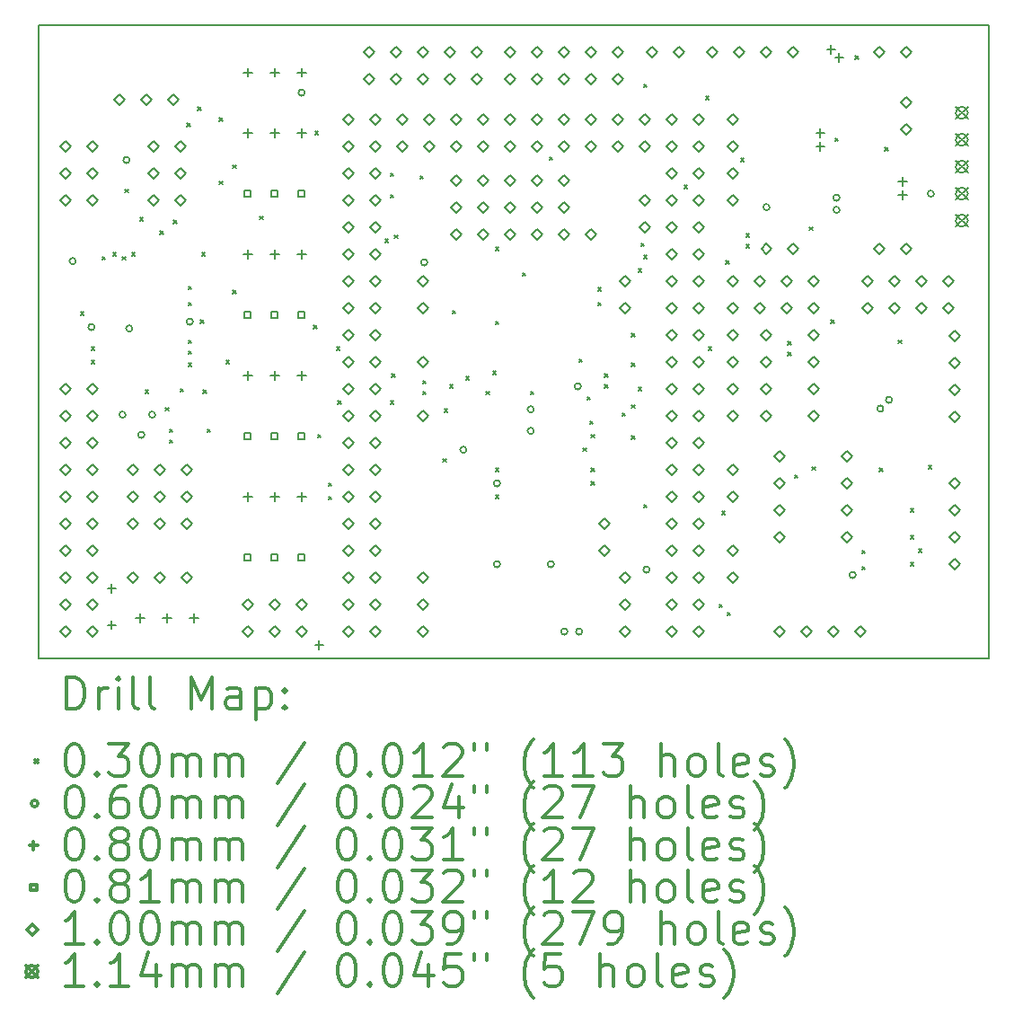
<source format=gbr>
%FSLAX45Y45*%
G04 Gerber Fmt 4.5, Leading zero omitted, Abs format (unit mm)*
G04 Created by KiCad (PCBNEW 4.0.7) date 11/22/17 22:29:41*
%MOMM*%
%LPD*%
G01*
G04 APERTURE LIST*
%ADD10C,0.127000*%
%ADD11C,0.200000*%
%ADD12C,0.300000*%
G04 APERTURE END LIST*
D10*
D11*
X14017752Y-6187948D02*
X14017752Y-12156948D01*
X22971252Y-6187948D02*
X14017752Y-6187948D01*
X22971252Y-12156948D02*
X22971252Y-6187948D01*
X14017752Y-12156948D02*
X22971252Y-12156948D01*
D11*
X14409152Y-8890748D02*
X14439152Y-8920748D01*
X14439152Y-8890748D02*
X14409152Y-8920748D01*
X14510752Y-9220948D02*
X14540752Y-9250948D01*
X14540752Y-9220948D02*
X14510752Y-9250948D01*
X14511006Y-9347694D02*
X14541006Y-9377694D01*
X14541006Y-9347694D02*
X14511006Y-9377694D01*
X14612352Y-8370048D02*
X14642352Y-8400048D01*
X14642352Y-8370048D02*
X14612352Y-8400048D01*
X14713952Y-8331948D02*
X14743952Y-8361948D01*
X14743952Y-8331948D02*
X14713952Y-8361948D01*
X14802852Y-8370048D02*
X14832852Y-8400048D01*
X14832852Y-8370048D02*
X14802852Y-8400048D01*
X14828252Y-7735048D02*
X14858252Y-7765048D01*
X14858252Y-7735048D02*
X14828252Y-7765048D01*
X14891752Y-8331948D02*
X14921752Y-8361948D01*
X14921752Y-8331948D02*
X14891752Y-8361948D01*
X14967952Y-8001748D02*
X14997952Y-8031748D01*
X14997952Y-8001748D02*
X14967952Y-8031748D01*
X15018752Y-9627348D02*
X15048752Y-9657348D01*
X15048752Y-9627348D02*
X15018752Y-9657348D01*
X15158452Y-8128748D02*
X15188452Y-8158748D01*
X15188452Y-8128748D02*
X15158452Y-8158748D01*
X15209252Y-9792448D02*
X15239252Y-9822448D01*
X15239252Y-9792448D02*
X15209252Y-9822448D01*
X15247352Y-9995648D02*
X15277352Y-10025648D01*
X15277352Y-9995648D02*
X15247352Y-10025648D01*
X15247352Y-10097248D02*
X15277352Y-10127248D01*
X15277352Y-10097248D02*
X15247352Y-10127248D01*
X15285452Y-8027148D02*
X15315452Y-8057148D01*
X15315452Y-8027148D02*
X15285452Y-8057148D01*
X15348952Y-9614648D02*
X15378952Y-9644648D01*
X15378952Y-9614648D02*
X15348952Y-9644648D01*
X15412452Y-7112748D02*
X15442452Y-7142748D01*
X15442452Y-7112748D02*
X15412452Y-7142748D01*
X15425152Y-8649448D02*
X15455152Y-8679448D01*
X15455152Y-8649448D02*
X15425152Y-8679448D01*
X15425152Y-8799448D02*
X15455152Y-8829448D01*
X15455152Y-8799448D02*
X15425152Y-8829448D01*
X15425152Y-9157448D02*
X15455152Y-9187448D01*
X15455152Y-9157448D02*
X15425152Y-9187448D01*
X15425152Y-9259048D02*
X15455152Y-9289048D01*
X15455152Y-9259048D02*
X15425152Y-9289048D01*
X15425152Y-9373348D02*
X15455152Y-9403348D01*
X15455152Y-9373348D02*
X15425152Y-9403348D01*
X15514052Y-6960348D02*
X15544052Y-6990348D01*
X15544052Y-6960348D02*
X15514052Y-6990348D01*
X15539452Y-8966948D02*
X15569452Y-8996948D01*
X15569452Y-8966948D02*
X15539452Y-8996948D01*
X15552152Y-8331948D02*
X15582152Y-8361948D01*
X15582152Y-8331948D02*
X15552152Y-8361948D01*
X15564852Y-9627348D02*
X15594852Y-9657348D01*
X15594852Y-9627348D02*
X15564852Y-9657348D01*
X15602952Y-9995648D02*
X15632952Y-10025648D01*
X15632952Y-9995648D02*
X15602952Y-10025648D01*
X15717252Y-7061948D02*
X15747252Y-7091948D01*
X15747252Y-7061948D02*
X15717252Y-7091948D01*
X15717252Y-7658848D02*
X15747252Y-7688848D01*
X15747252Y-7658848D02*
X15717252Y-7688848D01*
X15780752Y-9347948D02*
X15810752Y-9377948D01*
X15810752Y-9347948D02*
X15780752Y-9377948D01*
X15844252Y-7506448D02*
X15874252Y-7536448D01*
X15874252Y-7506448D02*
X15844252Y-7536448D01*
X15844252Y-8687548D02*
X15874252Y-8717548D01*
X15874252Y-8687548D02*
X15844252Y-8717548D01*
X16098252Y-7989048D02*
X16128252Y-8019048D01*
X16128252Y-7989048D02*
X16098252Y-8019048D01*
X16606252Y-9017748D02*
X16636252Y-9047748D01*
X16636252Y-9017748D02*
X16606252Y-9047748D01*
X16618952Y-7188948D02*
X16648952Y-7218948D01*
X16648952Y-7188948D02*
X16618952Y-7218948D01*
X16644352Y-10046448D02*
X16674352Y-10076448D01*
X16674352Y-10046448D02*
X16644352Y-10076448D01*
X16745952Y-10503648D02*
X16775952Y-10533648D01*
X16775952Y-10503648D02*
X16745952Y-10533648D01*
X16745952Y-10630648D02*
X16775952Y-10660648D01*
X16775952Y-10630648D02*
X16745952Y-10660648D01*
X16822152Y-9220948D02*
X16852152Y-9250948D01*
X16852152Y-9220948D02*
X16822152Y-9250948D01*
X16834852Y-9728948D02*
X16864852Y-9758948D01*
X16864852Y-9728948D02*
X16834852Y-9758948D01*
X17279352Y-8204948D02*
X17309352Y-8234948D01*
X17309352Y-8204948D02*
X17279352Y-8234948D01*
X17330152Y-7582648D02*
X17360152Y-7612648D01*
X17360152Y-7582648D02*
X17330152Y-7612648D01*
X17330152Y-7785848D02*
X17360152Y-7815848D01*
X17360152Y-7785848D02*
X17330152Y-7815848D01*
X17330152Y-9728948D02*
X17360152Y-9758948D01*
X17360152Y-9728948D02*
X17330152Y-9758948D01*
X17342852Y-9474948D02*
X17372852Y-9504948D01*
X17372852Y-9474948D02*
X17342852Y-9504948D01*
X17368252Y-8166848D02*
X17398252Y-8196848D01*
X17398252Y-8166848D02*
X17368252Y-8196848D01*
X17609552Y-7608048D02*
X17639552Y-7638048D01*
X17639552Y-7608048D02*
X17609552Y-7638048D01*
X17634952Y-9538448D02*
X17664952Y-9568448D01*
X17664952Y-9538448D02*
X17634952Y-9568448D01*
X17634952Y-9640048D02*
X17664952Y-9670048D01*
X17664952Y-9640048D02*
X17634952Y-9670048D01*
X17825452Y-10275048D02*
X17855452Y-10305048D01*
X17855452Y-10275048D02*
X17825452Y-10305048D01*
X17838152Y-9805148D02*
X17868152Y-9835148D01*
X17868152Y-9805148D02*
X17838152Y-9835148D01*
X17888952Y-9576548D02*
X17918952Y-9606548D01*
X17918952Y-9576548D02*
X17888952Y-9606548D01*
X17914352Y-8878048D02*
X17944352Y-8908048D01*
X17944352Y-8878048D02*
X17914352Y-8908048D01*
X18041352Y-9500348D02*
X18071352Y-9530348D01*
X18071352Y-9500348D02*
X18041352Y-9530348D01*
X18231852Y-9640048D02*
X18261852Y-9670048D01*
X18261852Y-9640048D02*
X18231852Y-9670048D01*
X18295352Y-9449548D02*
X18325352Y-9479548D01*
X18325352Y-9449548D02*
X18295352Y-9479548D01*
X18320752Y-8281148D02*
X18350752Y-8311148D01*
X18350752Y-8281148D02*
X18320752Y-8311148D01*
X18320752Y-8979648D02*
X18350752Y-9009648D01*
X18350752Y-8979648D02*
X18320752Y-9009648D01*
X18320752Y-10363948D02*
X18350752Y-10393948D01*
X18350752Y-10363948D02*
X18320752Y-10393948D01*
X18320752Y-10617948D02*
X18350752Y-10647948D01*
X18350752Y-10617948D02*
X18320752Y-10647948D01*
X18574752Y-8522448D02*
X18604752Y-8552448D01*
X18604752Y-8522448D02*
X18574752Y-8552448D01*
X18650952Y-9640048D02*
X18680952Y-9670048D01*
X18680952Y-9640048D02*
X18650952Y-9670048D01*
X18828752Y-7430248D02*
X18858752Y-7460248D01*
X18858752Y-7430248D02*
X18828752Y-7460248D01*
X19108152Y-9335248D02*
X19138152Y-9365248D01*
X19138152Y-9335248D02*
X19108152Y-9365248D01*
X19146252Y-10173448D02*
X19176252Y-10203448D01*
X19176252Y-10173448D02*
X19146252Y-10203448D01*
X19184352Y-9690848D02*
X19214352Y-9720848D01*
X19214352Y-9690848D02*
X19184352Y-9720848D01*
X19209752Y-9919448D02*
X19239752Y-9949448D01*
X19239752Y-9919448D02*
X19209752Y-9949448D01*
X19222452Y-10046448D02*
X19252452Y-10076448D01*
X19252452Y-10046448D02*
X19222452Y-10076448D01*
X19222452Y-10363948D02*
X19252452Y-10393948D01*
X19252452Y-10363948D02*
X19222452Y-10393948D01*
X19222452Y-10490948D02*
X19252452Y-10520948D01*
X19252452Y-10490948D02*
X19222452Y-10520948D01*
X19285952Y-8662148D02*
X19315952Y-8692148D01*
X19315952Y-8662148D02*
X19285952Y-8692148D01*
X19285952Y-8801848D02*
X19315952Y-8831848D01*
X19315952Y-8801848D02*
X19285952Y-8831848D01*
X19349452Y-9474948D02*
X19379452Y-9504948D01*
X19379452Y-9474948D02*
X19349452Y-9504948D01*
X19349452Y-9576548D02*
X19379452Y-9606548D01*
X19379452Y-9576548D02*
X19349452Y-9606548D01*
X19514552Y-9843248D02*
X19544552Y-9873248D01*
X19544552Y-9843248D02*
X19514552Y-9873248D01*
X19603452Y-9093948D02*
X19633452Y-9123948D01*
X19633452Y-9093948D02*
X19603452Y-9123948D01*
X19603452Y-9373348D02*
X19633452Y-9403348D01*
X19633452Y-9373348D02*
X19603452Y-9403348D01*
X19603452Y-9767048D02*
X19633452Y-9797048D01*
X19633452Y-9767048D02*
X19603452Y-9797048D01*
X19603452Y-10059148D02*
X19633452Y-10089148D01*
X19633452Y-10059148D02*
X19603452Y-10089148D01*
X19666952Y-8484348D02*
X19696952Y-8514348D01*
X19696952Y-8484348D02*
X19666952Y-8514348D01*
X19666952Y-9601948D02*
X19696952Y-9631948D01*
X19696952Y-9601948D02*
X19666952Y-9631948D01*
X19692352Y-8243048D02*
X19722352Y-8273048D01*
X19722352Y-8243048D02*
X19692352Y-8273048D01*
X19717752Y-6744448D02*
X19747752Y-6774448D01*
X19747752Y-6744448D02*
X19717752Y-6774448D01*
X19717752Y-8357348D02*
X19747752Y-8387348D01*
X19747752Y-8357348D02*
X19717752Y-8387348D01*
X19717752Y-10706848D02*
X19747752Y-10736848D01*
X19747752Y-10706848D02*
X19717752Y-10736848D01*
X20098752Y-7696948D02*
X20128752Y-7726948D01*
X20128752Y-7696948D02*
X20098752Y-7726948D01*
X20301952Y-6858748D02*
X20331952Y-6888748D01*
X20331952Y-6858748D02*
X20301952Y-6888748D01*
X20327352Y-9220948D02*
X20357352Y-9250948D01*
X20357352Y-9220948D02*
X20327352Y-9250948D01*
X20428952Y-11646648D02*
X20458952Y-11676648D01*
X20458952Y-11646648D02*
X20428952Y-11676648D01*
X20454352Y-10770348D02*
X20484352Y-10800348D01*
X20484352Y-10770348D02*
X20454352Y-10800348D01*
X20492452Y-8408148D02*
X20522452Y-8438148D01*
X20522452Y-8408148D02*
X20492452Y-8438148D01*
X20505152Y-11722848D02*
X20535152Y-11752848D01*
X20535152Y-11722848D02*
X20505152Y-11752848D01*
X20632152Y-7442948D02*
X20662152Y-7472948D01*
X20662152Y-7442948D02*
X20632152Y-7472948D01*
X20682952Y-8154148D02*
X20712952Y-8184148D01*
X20712952Y-8154148D02*
X20682952Y-8184148D01*
X20682952Y-8255748D02*
X20712952Y-8285748D01*
X20712952Y-8255748D02*
X20682952Y-8285748D01*
X21076652Y-9170148D02*
X21106652Y-9200148D01*
X21106652Y-9170148D02*
X21076652Y-9200148D01*
X21076652Y-9271748D02*
X21106652Y-9301748D01*
X21106652Y-9271748D02*
X21076652Y-9301748D01*
X21140152Y-10427448D02*
X21170152Y-10457448D01*
X21170152Y-10427448D02*
X21140152Y-10457448D01*
X21279852Y-8090648D02*
X21309852Y-8120648D01*
X21309852Y-8090648D02*
X21279852Y-8120648D01*
X21305252Y-10351248D02*
X21335252Y-10381248D01*
X21335252Y-10351248D02*
X21305252Y-10381248D01*
X21483052Y-8966948D02*
X21513052Y-8996948D01*
X21513052Y-8966948D02*
X21483052Y-8996948D01*
X21521152Y-7252448D02*
X21551152Y-7282448D01*
X21551152Y-7252448D02*
X21521152Y-7282448D01*
X21711652Y-6477748D02*
X21741652Y-6507748D01*
X21741652Y-6477748D02*
X21711652Y-6507748D01*
X21775152Y-11138648D02*
X21805152Y-11168648D01*
X21805152Y-11138648D02*
X21775152Y-11168648D01*
X21775152Y-11291048D02*
X21805152Y-11321048D01*
X21805152Y-11291048D02*
X21775152Y-11321048D01*
X21940252Y-10363948D02*
X21970252Y-10393948D01*
X21970252Y-10363948D02*
X21940252Y-10393948D01*
X21991052Y-7341348D02*
X22021052Y-7371348D01*
X22021052Y-7341348D02*
X21991052Y-7371348D01*
X22118052Y-9157448D02*
X22148052Y-9187448D01*
X22148052Y-9157448D02*
X22118052Y-9187448D01*
X22232352Y-10744948D02*
X22262352Y-10774948D01*
X22262352Y-10744948D02*
X22232352Y-10774948D01*
X22232352Y-10998948D02*
X22262352Y-11028948D01*
X22262352Y-10998948D02*
X22232352Y-11028948D01*
X22232352Y-11252948D02*
X22262352Y-11282948D01*
X22262352Y-11252948D02*
X22232352Y-11282948D01*
X22308552Y-11125948D02*
X22338552Y-11155948D01*
X22338552Y-11125948D02*
X22308552Y-11155948D01*
X22402752Y-10338548D02*
X22432752Y-10368548D01*
X22432752Y-10338548D02*
X22402752Y-10368548D01*
X14365252Y-8410448D02*
G75*
G03X14365252Y-8410448I-30000J0D01*
G01*
X14543052Y-9032748D02*
G75*
G03X14543052Y-9032748I-30000J0D01*
G01*
X14835152Y-9858248D02*
G75*
G03X14835152Y-9858248I-30000J0D01*
G01*
X14873252Y-7457948D02*
G75*
G03X14873252Y-7457948I-30000J0D01*
G01*
X14898652Y-9045448D02*
G75*
G03X14898652Y-9045448I-30000J0D01*
G01*
X15012952Y-10048748D02*
G75*
G03X15012952Y-10048748I-30000J0D01*
G01*
X15114552Y-9858248D02*
G75*
G03X15114552Y-9858248I-30000J0D01*
G01*
X15470152Y-8981948D02*
G75*
G03X15470152Y-8981948I-30000J0D01*
G01*
X16524252Y-6822948D02*
G75*
G03X16524252Y-6822948I-30000J0D01*
G01*
X17679952Y-8423148D02*
G75*
G03X17679952Y-8423148I-30000J0D01*
G01*
X18048252Y-10188448D02*
G75*
G03X18048252Y-10188448I-30000J0D01*
G01*
X18365752Y-10505948D02*
G75*
G03X18365752Y-10505948I-30000J0D01*
G01*
X18365752Y-11267948D02*
G75*
G03X18365752Y-11267948I-30000J0D01*
G01*
X18683252Y-9807448D02*
G75*
G03X18683252Y-9807448I-30000J0D01*
G01*
X18683252Y-10010648D02*
G75*
G03X18683252Y-10010648I-30000J0D01*
G01*
X18873752Y-11267948D02*
G75*
G03X18873752Y-11267948I-30000J0D01*
G01*
X19000752Y-11902948D02*
G75*
G03X19000752Y-11902948I-30000J0D01*
G01*
X19127752Y-9591548D02*
G75*
G03X19127752Y-9591548I-30000J0D01*
G01*
X19140452Y-11902948D02*
G75*
G03X19140452Y-11902948I-30000J0D01*
G01*
X19775452Y-11318748D02*
G75*
G03X19775452Y-11318748I-30000J0D01*
G01*
X20905752Y-7902448D02*
G75*
G03X20905752Y-7902448I-30000J0D01*
G01*
X21566152Y-7813548D02*
G75*
G03X21566152Y-7813548I-30000J0D01*
G01*
X21566152Y-7927848D02*
G75*
G03X21566152Y-7927848I-30000J0D01*
G01*
X21718552Y-11369548D02*
G75*
G03X21718552Y-11369548I-30000J0D01*
G01*
X21978902Y-9801098D02*
G75*
G03X21978902Y-9801098I-30000J0D01*
G01*
X22061452Y-9718548D02*
G75*
G03X22061452Y-9718548I-30000J0D01*
G01*
X22455152Y-7775448D02*
G75*
G03X22455152Y-7775448I-30000J0D01*
G01*
X14703552Y-11456548D02*
X14703552Y-11536548D01*
X14663552Y-11496548D02*
X14743552Y-11496548D01*
X14703552Y-11799448D02*
X14703552Y-11879448D01*
X14663552Y-11839448D02*
X14743552Y-11839448D01*
X14970252Y-11735948D02*
X14970252Y-11815948D01*
X14930252Y-11775948D02*
X15010252Y-11775948D01*
X15224252Y-11735948D02*
X15224252Y-11815948D01*
X15184252Y-11775948D02*
X15264252Y-11775948D01*
X15478252Y-11735948D02*
X15478252Y-11815948D01*
X15438252Y-11775948D02*
X15518252Y-11775948D01*
X15986252Y-6592448D02*
X15986252Y-6672448D01*
X15946252Y-6632448D02*
X16026252Y-6632448D01*
X15986252Y-7163948D02*
X15986252Y-7243948D01*
X15946252Y-7203948D02*
X16026252Y-7203948D01*
X15986252Y-8306948D02*
X15986252Y-8386948D01*
X15946252Y-8346948D02*
X16026252Y-8346948D01*
X15986252Y-9449948D02*
X15986252Y-9529948D01*
X15946252Y-9489948D02*
X16026252Y-9489948D01*
X15986252Y-10592948D02*
X15986252Y-10672948D01*
X15946252Y-10632948D02*
X16026252Y-10632948D01*
X16240252Y-6592448D02*
X16240252Y-6672448D01*
X16200252Y-6632448D02*
X16280252Y-6632448D01*
X16240252Y-7163948D02*
X16240252Y-7243948D01*
X16200252Y-7203948D02*
X16280252Y-7203948D01*
X16240252Y-8306948D02*
X16240252Y-8386948D01*
X16200252Y-8346948D02*
X16280252Y-8346948D01*
X16240252Y-9449948D02*
X16240252Y-9529948D01*
X16200252Y-9489948D02*
X16280252Y-9489948D01*
X16240252Y-10592948D02*
X16240252Y-10672948D01*
X16200252Y-10632948D02*
X16280252Y-10632948D01*
X16494252Y-6592448D02*
X16494252Y-6672448D01*
X16454252Y-6632448D02*
X16534252Y-6632448D01*
X16494252Y-7163948D02*
X16494252Y-7243948D01*
X16454252Y-7203948D02*
X16534252Y-7203948D01*
X16494252Y-8306948D02*
X16494252Y-8386948D01*
X16454252Y-8346948D02*
X16534252Y-8346948D01*
X16494252Y-9449948D02*
X16494252Y-9529948D01*
X16454252Y-9489948D02*
X16534252Y-9489948D01*
X16494252Y-10592948D02*
X16494252Y-10672948D01*
X16454252Y-10632948D02*
X16534252Y-10632948D01*
X16659352Y-11989948D02*
X16659352Y-12069948D01*
X16619352Y-12029948D02*
X16699352Y-12029948D01*
X21383752Y-7163948D02*
X21383752Y-7243948D01*
X21343752Y-7203948D02*
X21423752Y-7203948D01*
X21383752Y-7290948D02*
X21383752Y-7370948D01*
X21343752Y-7330948D02*
X21423752Y-7330948D01*
X21485352Y-6376548D02*
X21485352Y-6456548D01*
X21445352Y-6416548D02*
X21525352Y-6416548D01*
X21561552Y-6452748D02*
X21561552Y-6532748D01*
X21521552Y-6492748D02*
X21601552Y-6492748D01*
X22158452Y-7621148D02*
X22158452Y-7701148D01*
X22118452Y-7661148D02*
X22198452Y-7661148D01*
X22158452Y-7748148D02*
X22158452Y-7828148D01*
X22118452Y-7788148D02*
X22198452Y-7788148D01*
X16014989Y-7804185D02*
X16014989Y-7746711D01*
X15957515Y-7746711D01*
X15957515Y-7804185D01*
X16014989Y-7804185D01*
X16014989Y-8947185D02*
X16014989Y-8889711D01*
X15957515Y-8889711D01*
X15957515Y-8947185D01*
X16014989Y-8947185D01*
X16014989Y-10090185D02*
X16014989Y-10032711D01*
X15957515Y-10032711D01*
X15957515Y-10090185D01*
X16014989Y-10090185D01*
X16014989Y-11233185D02*
X16014989Y-11175711D01*
X15957515Y-11175711D01*
X15957515Y-11233185D01*
X16014989Y-11233185D01*
X16268989Y-7804185D02*
X16268989Y-7746711D01*
X16211515Y-7746711D01*
X16211515Y-7804185D01*
X16268989Y-7804185D01*
X16268989Y-8947185D02*
X16268989Y-8889711D01*
X16211515Y-8889711D01*
X16211515Y-8947185D01*
X16268989Y-8947185D01*
X16268989Y-10090185D02*
X16268989Y-10032711D01*
X16211515Y-10032711D01*
X16211515Y-10090185D01*
X16268989Y-10090185D01*
X16268989Y-11233185D02*
X16268989Y-11175711D01*
X16211515Y-11175711D01*
X16211515Y-11233185D01*
X16268989Y-11233185D01*
X16522989Y-7804185D02*
X16522989Y-7746711D01*
X16465515Y-7746711D01*
X16465515Y-7804185D01*
X16522989Y-7804185D01*
X16522989Y-8947185D02*
X16522989Y-8889711D01*
X16465515Y-8889711D01*
X16465515Y-8947185D01*
X16522989Y-8947185D01*
X16522989Y-10090185D02*
X16522989Y-10032711D01*
X16465515Y-10032711D01*
X16465515Y-10090185D01*
X16522989Y-10090185D01*
X16522989Y-11233185D02*
X16522989Y-11175711D01*
X16465515Y-11175711D01*
X16465515Y-11233185D01*
X16522989Y-11233185D01*
X14271752Y-7380948D02*
X14321752Y-7330948D01*
X14271752Y-7280948D01*
X14221752Y-7330948D01*
X14271752Y-7380948D01*
X14271752Y-7634948D02*
X14321752Y-7584948D01*
X14271752Y-7534948D01*
X14221752Y-7584948D01*
X14271752Y-7634948D01*
X14271752Y-7888948D02*
X14321752Y-7838948D01*
X14271752Y-7788948D01*
X14221752Y-7838948D01*
X14271752Y-7888948D01*
X14271752Y-9666948D02*
X14321752Y-9616948D01*
X14271752Y-9566948D01*
X14221752Y-9616948D01*
X14271752Y-9666948D01*
X14271752Y-9920948D02*
X14321752Y-9870948D01*
X14271752Y-9820948D01*
X14221752Y-9870948D01*
X14271752Y-9920948D01*
X14271752Y-10174948D02*
X14321752Y-10124948D01*
X14271752Y-10074948D01*
X14221752Y-10124948D01*
X14271752Y-10174948D01*
X14271752Y-10428948D02*
X14321752Y-10378948D01*
X14271752Y-10328948D01*
X14221752Y-10378948D01*
X14271752Y-10428948D01*
X14271752Y-10682948D02*
X14321752Y-10632948D01*
X14271752Y-10582948D01*
X14221752Y-10632948D01*
X14271752Y-10682948D01*
X14271752Y-10936948D02*
X14321752Y-10886948D01*
X14271752Y-10836948D01*
X14221752Y-10886948D01*
X14271752Y-10936948D01*
X14271752Y-11190948D02*
X14321752Y-11140948D01*
X14271752Y-11090948D01*
X14221752Y-11140948D01*
X14271752Y-11190948D01*
X14271752Y-11444948D02*
X14321752Y-11394948D01*
X14271752Y-11344948D01*
X14221752Y-11394948D01*
X14271752Y-11444948D01*
X14271752Y-11698948D02*
X14321752Y-11648948D01*
X14271752Y-11598948D01*
X14221752Y-11648948D01*
X14271752Y-11698948D01*
X14271752Y-11952948D02*
X14321752Y-11902948D01*
X14271752Y-11852948D01*
X14221752Y-11902948D01*
X14271752Y-11952948D01*
X14525752Y-7380948D02*
X14575752Y-7330948D01*
X14525752Y-7280948D01*
X14475752Y-7330948D01*
X14525752Y-7380948D01*
X14525752Y-7634948D02*
X14575752Y-7584948D01*
X14525752Y-7534948D01*
X14475752Y-7584948D01*
X14525752Y-7634948D01*
X14525752Y-7888948D02*
X14575752Y-7838948D01*
X14525752Y-7788948D01*
X14475752Y-7838948D01*
X14525752Y-7888948D01*
X14525752Y-9666948D02*
X14575752Y-9616948D01*
X14525752Y-9566948D01*
X14475752Y-9616948D01*
X14525752Y-9666948D01*
X14525752Y-9920948D02*
X14575752Y-9870948D01*
X14525752Y-9820948D01*
X14475752Y-9870948D01*
X14525752Y-9920948D01*
X14525752Y-10174948D02*
X14575752Y-10124948D01*
X14525752Y-10074948D01*
X14475752Y-10124948D01*
X14525752Y-10174948D01*
X14525752Y-10428948D02*
X14575752Y-10378948D01*
X14525752Y-10328948D01*
X14475752Y-10378948D01*
X14525752Y-10428948D01*
X14525752Y-10682948D02*
X14575752Y-10632948D01*
X14525752Y-10582948D01*
X14475752Y-10632948D01*
X14525752Y-10682948D01*
X14525752Y-10936948D02*
X14575752Y-10886948D01*
X14525752Y-10836948D01*
X14475752Y-10886948D01*
X14525752Y-10936948D01*
X14525752Y-11190948D02*
X14575752Y-11140948D01*
X14525752Y-11090948D01*
X14475752Y-11140948D01*
X14525752Y-11190948D01*
X14525752Y-11444948D02*
X14575752Y-11394948D01*
X14525752Y-11344948D01*
X14475752Y-11394948D01*
X14525752Y-11444948D01*
X14525752Y-11698948D02*
X14575752Y-11648948D01*
X14525752Y-11598948D01*
X14475752Y-11648948D01*
X14525752Y-11698948D01*
X14525752Y-11952948D02*
X14575752Y-11902948D01*
X14525752Y-11852948D01*
X14475752Y-11902948D01*
X14525752Y-11952948D01*
X14779752Y-6936448D02*
X14829752Y-6886448D01*
X14779752Y-6836448D01*
X14729752Y-6886448D01*
X14779752Y-6936448D01*
X14906752Y-10428948D02*
X14956752Y-10378948D01*
X14906752Y-10328948D01*
X14856752Y-10378948D01*
X14906752Y-10428948D01*
X14906752Y-10682948D02*
X14956752Y-10632948D01*
X14906752Y-10582948D01*
X14856752Y-10632948D01*
X14906752Y-10682948D01*
X14906752Y-10936948D02*
X14956752Y-10886948D01*
X14906752Y-10836948D01*
X14856752Y-10886948D01*
X14906752Y-10936948D01*
X14906752Y-11444948D02*
X14956752Y-11394948D01*
X14906752Y-11344948D01*
X14856752Y-11394948D01*
X14906752Y-11444948D01*
X15033752Y-6936448D02*
X15083752Y-6886448D01*
X15033752Y-6836448D01*
X14983752Y-6886448D01*
X15033752Y-6936448D01*
X15097252Y-7380948D02*
X15147252Y-7330948D01*
X15097252Y-7280948D01*
X15047252Y-7330948D01*
X15097252Y-7380948D01*
X15097252Y-7634948D02*
X15147252Y-7584948D01*
X15097252Y-7534948D01*
X15047252Y-7584948D01*
X15097252Y-7634948D01*
X15097252Y-7888948D02*
X15147252Y-7838948D01*
X15097252Y-7788948D01*
X15047252Y-7838948D01*
X15097252Y-7888948D01*
X15160752Y-10428948D02*
X15210752Y-10378948D01*
X15160752Y-10328948D01*
X15110752Y-10378948D01*
X15160752Y-10428948D01*
X15160752Y-10682948D02*
X15210752Y-10632948D01*
X15160752Y-10582948D01*
X15110752Y-10632948D01*
X15160752Y-10682948D01*
X15160752Y-10936948D02*
X15210752Y-10886948D01*
X15160752Y-10836948D01*
X15110752Y-10886948D01*
X15160752Y-10936948D01*
X15160752Y-11444948D02*
X15210752Y-11394948D01*
X15160752Y-11344948D01*
X15110752Y-11394948D01*
X15160752Y-11444948D01*
X15287752Y-6936448D02*
X15337752Y-6886448D01*
X15287752Y-6836448D01*
X15237752Y-6886448D01*
X15287752Y-6936448D01*
X15351252Y-7380948D02*
X15401252Y-7330948D01*
X15351252Y-7280948D01*
X15301252Y-7330948D01*
X15351252Y-7380948D01*
X15351252Y-7634948D02*
X15401252Y-7584948D01*
X15351252Y-7534948D01*
X15301252Y-7584948D01*
X15351252Y-7634948D01*
X15351252Y-7888948D02*
X15401252Y-7838948D01*
X15351252Y-7788948D01*
X15301252Y-7838948D01*
X15351252Y-7888948D01*
X15414752Y-10428948D02*
X15464752Y-10378948D01*
X15414752Y-10328948D01*
X15364752Y-10378948D01*
X15414752Y-10428948D01*
X15414752Y-10682948D02*
X15464752Y-10632948D01*
X15414752Y-10582948D01*
X15364752Y-10632948D01*
X15414752Y-10682948D01*
X15414752Y-10936948D02*
X15464752Y-10886948D01*
X15414752Y-10836948D01*
X15364752Y-10886948D01*
X15414752Y-10936948D01*
X15414752Y-11444948D02*
X15464752Y-11394948D01*
X15414752Y-11344948D01*
X15364752Y-11394948D01*
X15414752Y-11444948D01*
X15986252Y-11698948D02*
X16036252Y-11648948D01*
X15986252Y-11598948D01*
X15936252Y-11648948D01*
X15986252Y-11698948D01*
X15986252Y-11952948D02*
X16036252Y-11902948D01*
X15986252Y-11852948D01*
X15936252Y-11902948D01*
X15986252Y-11952948D01*
X16240252Y-11698948D02*
X16290252Y-11648948D01*
X16240252Y-11598948D01*
X16190252Y-11648948D01*
X16240252Y-11698948D01*
X16240252Y-11952948D02*
X16290252Y-11902948D01*
X16240252Y-11852948D01*
X16190252Y-11902948D01*
X16240252Y-11952948D01*
X16494252Y-11698948D02*
X16544252Y-11648948D01*
X16494252Y-11598948D01*
X16444252Y-11648948D01*
X16494252Y-11698948D01*
X16494252Y-11952948D02*
X16544252Y-11902948D01*
X16494252Y-11852948D01*
X16444252Y-11902948D01*
X16494252Y-11952948D01*
X16938752Y-7126948D02*
X16988752Y-7076948D01*
X16938752Y-7026948D01*
X16888752Y-7076948D01*
X16938752Y-7126948D01*
X16938752Y-7380948D02*
X16988752Y-7330948D01*
X16938752Y-7280948D01*
X16888752Y-7330948D01*
X16938752Y-7380948D01*
X16938752Y-7634948D02*
X16988752Y-7584948D01*
X16938752Y-7534948D01*
X16888752Y-7584948D01*
X16938752Y-7634948D01*
X16938752Y-7888948D02*
X16988752Y-7838948D01*
X16938752Y-7788948D01*
X16888752Y-7838948D01*
X16938752Y-7888948D01*
X16938752Y-8142948D02*
X16988752Y-8092948D01*
X16938752Y-8042948D01*
X16888752Y-8092948D01*
X16938752Y-8142948D01*
X16938752Y-8396948D02*
X16988752Y-8346948D01*
X16938752Y-8296948D01*
X16888752Y-8346948D01*
X16938752Y-8396948D01*
X16938752Y-8650948D02*
X16988752Y-8600948D01*
X16938752Y-8550948D01*
X16888752Y-8600948D01*
X16938752Y-8650948D01*
X16938752Y-8904948D02*
X16988752Y-8854948D01*
X16938752Y-8804948D01*
X16888752Y-8854948D01*
X16938752Y-8904948D01*
X16938752Y-9158948D02*
X16988752Y-9108948D01*
X16938752Y-9058948D01*
X16888752Y-9108948D01*
X16938752Y-9158948D01*
X16938752Y-9412948D02*
X16988752Y-9362948D01*
X16938752Y-9312948D01*
X16888752Y-9362948D01*
X16938752Y-9412948D01*
X16938752Y-9666948D02*
X16988752Y-9616948D01*
X16938752Y-9566948D01*
X16888752Y-9616948D01*
X16938752Y-9666948D01*
X16938752Y-9920948D02*
X16988752Y-9870948D01*
X16938752Y-9820948D01*
X16888752Y-9870948D01*
X16938752Y-9920948D01*
X16938752Y-10174948D02*
X16988752Y-10124948D01*
X16938752Y-10074948D01*
X16888752Y-10124948D01*
X16938752Y-10174948D01*
X16938752Y-10428948D02*
X16988752Y-10378948D01*
X16938752Y-10328948D01*
X16888752Y-10378948D01*
X16938752Y-10428948D01*
X16938752Y-10682948D02*
X16988752Y-10632948D01*
X16938752Y-10582948D01*
X16888752Y-10632948D01*
X16938752Y-10682948D01*
X16938752Y-10936948D02*
X16988752Y-10886948D01*
X16938752Y-10836948D01*
X16888752Y-10886948D01*
X16938752Y-10936948D01*
X16938752Y-11190948D02*
X16988752Y-11140948D01*
X16938752Y-11090948D01*
X16888752Y-11140948D01*
X16938752Y-11190948D01*
X16938752Y-11444948D02*
X16988752Y-11394948D01*
X16938752Y-11344948D01*
X16888752Y-11394948D01*
X16938752Y-11444948D01*
X16938752Y-11698948D02*
X16988752Y-11648948D01*
X16938752Y-11598948D01*
X16888752Y-11648948D01*
X16938752Y-11698948D01*
X16938752Y-11952948D02*
X16988752Y-11902948D01*
X16938752Y-11852948D01*
X16888752Y-11902948D01*
X16938752Y-11952948D01*
X17129252Y-6491948D02*
X17179252Y-6441948D01*
X17129252Y-6391948D01*
X17079252Y-6441948D01*
X17129252Y-6491948D01*
X17129252Y-6745948D02*
X17179252Y-6695948D01*
X17129252Y-6645948D01*
X17079252Y-6695948D01*
X17129252Y-6745948D01*
X17192752Y-7126948D02*
X17242752Y-7076948D01*
X17192752Y-7026948D01*
X17142752Y-7076948D01*
X17192752Y-7126948D01*
X17192752Y-7380948D02*
X17242752Y-7330948D01*
X17192752Y-7280948D01*
X17142752Y-7330948D01*
X17192752Y-7380948D01*
X17192752Y-7634948D02*
X17242752Y-7584948D01*
X17192752Y-7534948D01*
X17142752Y-7584948D01*
X17192752Y-7634948D01*
X17192752Y-7888948D02*
X17242752Y-7838948D01*
X17192752Y-7788948D01*
X17142752Y-7838948D01*
X17192752Y-7888948D01*
X17192752Y-8142948D02*
X17242752Y-8092948D01*
X17192752Y-8042948D01*
X17142752Y-8092948D01*
X17192752Y-8142948D01*
X17192752Y-8396948D02*
X17242752Y-8346948D01*
X17192752Y-8296948D01*
X17142752Y-8346948D01*
X17192752Y-8396948D01*
X17192752Y-8650948D02*
X17242752Y-8600948D01*
X17192752Y-8550948D01*
X17142752Y-8600948D01*
X17192752Y-8650948D01*
X17192752Y-8904948D02*
X17242752Y-8854948D01*
X17192752Y-8804948D01*
X17142752Y-8854948D01*
X17192752Y-8904948D01*
X17192752Y-9158948D02*
X17242752Y-9108948D01*
X17192752Y-9058948D01*
X17142752Y-9108948D01*
X17192752Y-9158948D01*
X17192752Y-9412948D02*
X17242752Y-9362948D01*
X17192752Y-9312948D01*
X17142752Y-9362948D01*
X17192752Y-9412948D01*
X17192752Y-9666948D02*
X17242752Y-9616948D01*
X17192752Y-9566948D01*
X17142752Y-9616948D01*
X17192752Y-9666948D01*
X17192752Y-9920948D02*
X17242752Y-9870948D01*
X17192752Y-9820948D01*
X17142752Y-9870948D01*
X17192752Y-9920948D01*
X17192752Y-10174948D02*
X17242752Y-10124948D01*
X17192752Y-10074948D01*
X17142752Y-10124948D01*
X17192752Y-10174948D01*
X17192752Y-10428948D02*
X17242752Y-10378948D01*
X17192752Y-10328948D01*
X17142752Y-10378948D01*
X17192752Y-10428948D01*
X17192752Y-10682948D02*
X17242752Y-10632948D01*
X17192752Y-10582948D01*
X17142752Y-10632948D01*
X17192752Y-10682948D01*
X17192752Y-10936948D02*
X17242752Y-10886948D01*
X17192752Y-10836948D01*
X17142752Y-10886948D01*
X17192752Y-10936948D01*
X17192752Y-11190948D02*
X17242752Y-11140948D01*
X17192752Y-11090948D01*
X17142752Y-11140948D01*
X17192752Y-11190948D01*
X17192752Y-11444948D02*
X17242752Y-11394948D01*
X17192752Y-11344948D01*
X17142752Y-11394948D01*
X17192752Y-11444948D01*
X17192752Y-11698948D02*
X17242752Y-11648948D01*
X17192752Y-11598948D01*
X17142752Y-11648948D01*
X17192752Y-11698948D01*
X17192752Y-11952948D02*
X17242752Y-11902948D01*
X17192752Y-11852948D01*
X17142752Y-11902948D01*
X17192752Y-11952948D01*
X17383252Y-6491948D02*
X17433252Y-6441948D01*
X17383252Y-6391948D01*
X17333252Y-6441948D01*
X17383252Y-6491948D01*
X17383252Y-6745948D02*
X17433252Y-6695948D01*
X17383252Y-6645948D01*
X17333252Y-6695948D01*
X17383252Y-6745948D01*
X17446752Y-7126948D02*
X17496752Y-7076948D01*
X17446752Y-7026948D01*
X17396752Y-7076948D01*
X17446752Y-7126948D01*
X17446752Y-7380948D02*
X17496752Y-7330948D01*
X17446752Y-7280948D01*
X17396752Y-7330948D01*
X17446752Y-7380948D01*
X17637252Y-6491948D02*
X17687252Y-6441948D01*
X17637252Y-6391948D01*
X17587252Y-6441948D01*
X17637252Y-6491948D01*
X17637252Y-6745948D02*
X17687252Y-6695948D01*
X17637252Y-6645948D01*
X17587252Y-6695948D01*
X17637252Y-6745948D01*
X17637252Y-8650948D02*
X17687252Y-8600948D01*
X17637252Y-8550948D01*
X17587252Y-8600948D01*
X17637252Y-8650948D01*
X17637252Y-8904948D02*
X17687252Y-8854948D01*
X17637252Y-8804948D01*
X17587252Y-8854948D01*
X17637252Y-8904948D01*
X17637252Y-9412948D02*
X17687252Y-9362948D01*
X17637252Y-9312948D01*
X17587252Y-9362948D01*
X17637252Y-9412948D01*
X17637252Y-9920948D02*
X17687252Y-9870948D01*
X17637252Y-9820948D01*
X17587252Y-9870948D01*
X17637252Y-9920948D01*
X17637252Y-11444948D02*
X17687252Y-11394948D01*
X17637252Y-11344948D01*
X17587252Y-11394948D01*
X17637252Y-11444948D01*
X17637252Y-11698948D02*
X17687252Y-11648948D01*
X17637252Y-11598948D01*
X17587252Y-11648948D01*
X17637252Y-11698948D01*
X17637252Y-11952948D02*
X17687252Y-11902948D01*
X17637252Y-11852948D01*
X17587252Y-11902948D01*
X17637252Y-11952948D01*
X17700752Y-7126948D02*
X17750752Y-7076948D01*
X17700752Y-7026948D01*
X17650752Y-7076948D01*
X17700752Y-7126948D01*
X17700752Y-7380948D02*
X17750752Y-7330948D01*
X17700752Y-7280948D01*
X17650752Y-7330948D01*
X17700752Y-7380948D01*
X17891252Y-6491948D02*
X17941252Y-6441948D01*
X17891252Y-6391948D01*
X17841252Y-6441948D01*
X17891252Y-6491948D01*
X17891252Y-6745948D02*
X17941252Y-6695948D01*
X17891252Y-6645948D01*
X17841252Y-6695948D01*
X17891252Y-6745948D01*
X17954752Y-7126948D02*
X18004752Y-7076948D01*
X17954752Y-7026948D01*
X17904752Y-7076948D01*
X17954752Y-7126948D01*
X17954752Y-7380948D02*
X18004752Y-7330948D01*
X17954752Y-7280948D01*
X17904752Y-7330948D01*
X17954752Y-7380948D01*
X17954752Y-7698448D02*
X18004752Y-7648448D01*
X17954752Y-7598448D01*
X17904752Y-7648448D01*
X17954752Y-7698448D01*
X17954752Y-7952448D02*
X18004752Y-7902448D01*
X17954752Y-7852448D01*
X17904752Y-7902448D01*
X17954752Y-7952448D01*
X17954752Y-8206448D02*
X18004752Y-8156448D01*
X17954752Y-8106448D01*
X17904752Y-8156448D01*
X17954752Y-8206448D01*
X18145252Y-6491948D02*
X18195252Y-6441948D01*
X18145252Y-6391948D01*
X18095252Y-6441948D01*
X18145252Y-6491948D01*
X18145252Y-6745948D02*
X18195252Y-6695948D01*
X18145252Y-6645948D01*
X18095252Y-6695948D01*
X18145252Y-6745948D01*
X18208752Y-7126948D02*
X18258752Y-7076948D01*
X18208752Y-7026948D01*
X18158752Y-7076948D01*
X18208752Y-7126948D01*
X18208752Y-7380948D02*
X18258752Y-7330948D01*
X18208752Y-7280948D01*
X18158752Y-7330948D01*
X18208752Y-7380948D01*
X18208752Y-7698448D02*
X18258752Y-7648448D01*
X18208752Y-7598448D01*
X18158752Y-7648448D01*
X18208752Y-7698448D01*
X18208752Y-7952448D02*
X18258752Y-7902448D01*
X18208752Y-7852448D01*
X18158752Y-7902448D01*
X18208752Y-7952448D01*
X18208752Y-8206448D02*
X18258752Y-8156448D01*
X18208752Y-8106448D01*
X18158752Y-8156448D01*
X18208752Y-8206448D01*
X18462752Y-6491948D02*
X18512752Y-6441948D01*
X18462752Y-6391948D01*
X18412752Y-6441948D01*
X18462752Y-6491948D01*
X18462752Y-6745948D02*
X18512752Y-6695948D01*
X18462752Y-6645948D01*
X18412752Y-6695948D01*
X18462752Y-6745948D01*
X18462752Y-7126948D02*
X18512752Y-7076948D01*
X18462752Y-7026948D01*
X18412752Y-7076948D01*
X18462752Y-7126948D01*
X18462752Y-7380948D02*
X18512752Y-7330948D01*
X18462752Y-7280948D01*
X18412752Y-7330948D01*
X18462752Y-7380948D01*
X18462752Y-7698448D02*
X18512752Y-7648448D01*
X18462752Y-7598448D01*
X18412752Y-7648448D01*
X18462752Y-7698448D01*
X18462752Y-7952448D02*
X18512752Y-7902448D01*
X18462752Y-7852448D01*
X18412752Y-7902448D01*
X18462752Y-7952448D01*
X18462752Y-8206448D02*
X18512752Y-8156448D01*
X18462752Y-8106448D01*
X18412752Y-8156448D01*
X18462752Y-8206448D01*
X18716752Y-6491948D02*
X18766752Y-6441948D01*
X18716752Y-6391948D01*
X18666752Y-6441948D01*
X18716752Y-6491948D01*
X18716752Y-6745948D02*
X18766752Y-6695948D01*
X18716752Y-6645948D01*
X18666752Y-6695948D01*
X18716752Y-6745948D01*
X18716752Y-7126948D02*
X18766752Y-7076948D01*
X18716752Y-7026948D01*
X18666752Y-7076948D01*
X18716752Y-7126948D01*
X18716752Y-7380948D02*
X18766752Y-7330948D01*
X18716752Y-7280948D01*
X18666752Y-7330948D01*
X18716752Y-7380948D01*
X18716752Y-7698448D02*
X18766752Y-7648448D01*
X18716752Y-7598448D01*
X18666752Y-7648448D01*
X18716752Y-7698448D01*
X18716752Y-7952448D02*
X18766752Y-7902448D01*
X18716752Y-7852448D01*
X18666752Y-7902448D01*
X18716752Y-7952448D01*
X18716752Y-8206448D02*
X18766752Y-8156448D01*
X18716752Y-8106448D01*
X18666752Y-8156448D01*
X18716752Y-8206448D01*
X18970752Y-6491948D02*
X19020752Y-6441948D01*
X18970752Y-6391948D01*
X18920752Y-6441948D01*
X18970752Y-6491948D01*
X18970752Y-6745948D02*
X19020752Y-6695948D01*
X18970752Y-6645948D01*
X18920752Y-6695948D01*
X18970752Y-6745948D01*
X18970752Y-7126948D02*
X19020752Y-7076948D01*
X18970752Y-7026948D01*
X18920752Y-7076948D01*
X18970752Y-7126948D01*
X18970752Y-7380948D02*
X19020752Y-7330948D01*
X18970752Y-7280948D01*
X18920752Y-7330948D01*
X18970752Y-7380948D01*
X18970752Y-7698448D02*
X19020752Y-7648448D01*
X18970752Y-7598448D01*
X18920752Y-7648448D01*
X18970752Y-7698448D01*
X18970752Y-7952448D02*
X19020752Y-7902448D01*
X18970752Y-7852448D01*
X18920752Y-7902448D01*
X18970752Y-7952448D01*
X18970752Y-8206448D02*
X19020752Y-8156448D01*
X18970752Y-8106448D01*
X18920752Y-8156448D01*
X18970752Y-8206448D01*
X19224752Y-6491948D02*
X19274752Y-6441948D01*
X19224752Y-6391948D01*
X19174752Y-6441948D01*
X19224752Y-6491948D01*
X19224752Y-6745948D02*
X19274752Y-6695948D01*
X19224752Y-6645948D01*
X19174752Y-6695948D01*
X19224752Y-6745948D01*
X19224752Y-7126948D02*
X19274752Y-7076948D01*
X19224752Y-7026948D01*
X19174752Y-7076948D01*
X19224752Y-7126948D01*
X19224752Y-7380948D02*
X19274752Y-7330948D01*
X19224752Y-7280948D01*
X19174752Y-7330948D01*
X19224752Y-7380948D01*
X19224752Y-8206448D02*
X19274752Y-8156448D01*
X19224752Y-8106448D01*
X19174752Y-8156448D01*
X19224752Y-8206448D01*
X19351752Y-10936948D02*
X19401752Y-10886948D01*
X19351752Y-10836948D01*
X19301752Y-10886948D01*
X19351752Y-10936948D01*
X19351752Y-11190948D02*
X19401752Y-11140948D01*
X19351752Y-11090948D01*
X19301752Y-11140948D01*
X19351752Y-11190948D01*
X19478752Y-6491948D02*
X19528752Y-6441948D01*
X19478752Y-6391948D01*
X19428752Y-6441948D01*
X19478752Y-6491948D01*
X19478752Y-6745948D02*
X19528752Y-6695948D01*
X19478752Y-6645948D01*
X19428752Y-6695948D01*
X19478752Y-6745948D01*
X19478752Y-7126948D02*
X19528752Y-7076948D01*
X19478752Y-7026948D01*
X19428752Y-7076948D01*
X19478752Y-7126948D01*
X19478752Y-7380948D02*
X19528752Y-7330948D01*
X19478752Y-7280948D01*
X19428752Y-7330948D01*
X19478752Y-7380948D01*
X19542252Y-8650948D02*
X19592252Y-8600948D01*
X19542252Y-8550948D01*
X19492252Y-8600948D01*
X19542252Y-8650948D01*
X19542252Y-8904948D02*
X19592252Y-8854948D01*
X19542252Y-8804948D01*
X19492252Y-8854948D01*
X19542252Y-8904948D01*
X19542252Y-11444948D02*
X19592252Y-11394948D01*
X19542252Y-11344948D01*
X19492252Y-11394948D01*
X19542252Y-11444948D01*
X19542252Y-11698948D02*
X19592252Y-11648948D01*
X19542252Y-11598948D01*
X19492252Y-11648948D01*
X19542252Y-11698948D01*
X19542252Y-11952948D02*
X19592252Y-11902948D01*
X19542252Y-11852948D01*
X19492252Y-11902948D01*
X19542252Y-11952948D01*
X19732752Y-7126948D02*
X19782752Y-7076948D01*
X19732752Y-7026948D01*
X19682752Y-7076948D01*
X19732752Y-7126948D01*
X19732752Y-7380948D02*
X19782752Y-7330948D01*
X19732752Y-7280948D01*
X19682752Y-7330948D01*
X19732752Y-7380948D01*
X19732752Y-7888948D02*
X19782752Y-7838948D01*
X19732752Y-7788948D01*
X19682752Y-7838948D01*
X19732752Y-7888948D01*
X19732752Y-8142948D02*
X19782752Y-8092948D01*
X19732752Y-8042948D01*
X19682752Y-8092948D01*
X19732752Y-8142948D01*
X19796252Y-6491948D02*
X19846252Y-6441948D01*
X19796252Y-6391948D01*
X19746252Y-6441948D01*
X19796252Y-6491948D01*
X19986752Y-7126948D02*
X20036752Y-7076948D01*
X19986752Y-7026948D01*
X19936752Y-7076948D01*
X19986752Y-7126948D01*
X19986752Y-7380948D02*
X20036752Y-7330948D01*
X19986752Y-7280948D01*
X19936752Y-7330948D01*
X19986752Y-7380948D01*
X19986752Y-7634948D02*
X20036752Y-7584948D01*
X19986752Y-7534948D01*
X19936752Y-7584948D01*
X19986752Y-7634948D01*
X19986752Y-7888948D02*
X20036752Y-7838948D01*
X19986752Y-7788948D01*
X19936752Y-7838948D01*
X19986752Y-7888948D01*
X19986752Y-8142948D02*
X20036752Y-8092948D01*
X19986752Y-8042948D01*
X19936752Y-8092948D01*
X19986752Y-8142948D01*
X19986752Y-8396948D02*
X20036752Y-8346948D01*
X19986752Y-8296948D01*
X19936752Y-8346948D01*
X19986752Y-8396948D01*
X19986752Y-8650948D02*
X20036752Y-8600948D01*
X19986752Y-8550948D01*
X19936752Y-8600948D01*
X19986752Y-8650948D01*
X19986752Y-8904948D02*
X20036752Y-8854948D01*
X19986752Y-8804948D01*
X19936752Y-8854948D01*
X19986752Y-8904948D01*
X19986752Y-9158948D02*
X20036752Y-9108948D01*
X19986752Y-9058948D01*
X19936752Y-9108948D01*
X19986752Y-9158948D01*
X19986752Y-9412948D02*
X20036752Y-9362948D01*
X19986752Y-9312948D01*
X19936752Y-9362948D01*
X19986752Y-9412948D01*
X19986752Y-9666948D02*
X20036752Y-9616948D01*
X19986752Y-9566948D01*
X19936752Y-9616948D01*
X19986752Y-9666948D01*
X19986752Y-9920948D02*
X20036752Y-9870948D01*
X19986752Y-9820948D01*
X19936752Y-9870948D01*
X19986752Y-9920948D01*
X19986752Y-10174948D02*
X20036752Y-10124948D01*
X19986752Y-10074948D01*
X19936752Y-10124948D01*
X19986752Y-10174948D01*
X19986752Y-10428948D02*
X20036752Y-10378948D01*
X19986752Y-10328948D01*
X19936752Y-10378948D01*
X19986752Y-10428948D01*
X19986752Y-10682948D02*
X20036752Y-10632948D01*
X19986752Y-10582948D01*
X19936752Y-10632948D01*
X19986752Y-10682948D01*
X19986752Y-10936948D02*
X20036752Y-10886948D01*
X19986752Y-10836948D01*
X19936752Y-10886948D01*
X19986752Y-10936948D01*
X19986752Y-11190948D02*
X20036752Y-11140948D01*
X19986752Y-11090948D01*
X19936752Y-11140948D01*
X19986752Y-11190948D01*
X19986752Y-11444948D02*
X20036752Y-11394948D01*
X19986752Y-11344948D01*
X19936752Y-11394948D01*
X19986752Y-11444948D01*
X19986752Y-11698948D02*
X20036752Y-11648948D01*
X19986752Y-11598948D01*
X19936752Y-11648948D01*
X19986752Y-11698948D01*
X19986752Y-11952948D02*
X20036752Y-11902948D01*
X19986752Y-11852948D01*
X19936752Y-11902948D01*
X19986752Y-11952948D01*
X20050252Y-6491948D02*
X20100252Y-6441948D01*
X20050252Y-6391948D01*
X20000252Y-6441948D01*
X20050252Y-6491948D01*
X20240752Y-7126948D02*
X20290752Y-7076948D01*
X20240752Y-7026948D01*
X20190752Y-7076948D01*
X20240752Y-7126948D01*
X20240752Y-7380948D02*
X20290752Y-7330948D01*
X20240752Y-7280948D01*
X20190752Y-7330948D01*
X20240752Y-7380948D01*
X20240752Y-7634948D02*
X20290752Y-7584948D01*
X20240752Y-7534948D01*
X20190752Y-7584948D01*
X20240752Y-7634948D01*
X20240752Y-7888948D02*
X20290752Y-7838948D01*
X20240752Y-7788948D01*
X20190752Y-7838948D01*
X20240752Y-7888948D01*
X20240752Y-8142948D02*
X20290752Y-8092948D01*
X20240752Y-8042948D01*
X20190752Y-8092948D01*
X20240752Y-8142948D01*
X20240752Y-8396948D02*
X20290752Y-8346948D01*
X20240752Y-8296948D01*
X20190752Y-8346948D01*
X20240752Y-8396948D01*
X20240752Y-8650948D02*
X20290752Y-8600948D01*
X20240752Y-8550948D01*
X20190752Y-8600948D01*
X20240752Y-8650948D01*
X20240752Y-8904948D02*
X20290752Y-8854948D01*
X20240752Y-8804948D01*
X20190752Y-8854948D01*
X20240752Y-8904948D01*
X20240752Y-9158948D02*
X20290752Y-9108948D01*
X20240752Y-9058948D01*
X20190752Y-9108948D01*
X20240752Y-9158948D01*
X20240752Y-9412948D02*
X20290752Y-9362948D01*
X20240752Y-9312948D01*
X20190752Y-9362948D01*
X20240752Y-9412948D01*
X20240752Y-9666948D02*
X20290752Y-9616948D01*
X20240752Y-9566948D01*
X20190752Y-9616948D01*
X20240752Y-9666948D01*
X20240752Y-9920948D02*
X20290752Y-9870948D01*
X20240752Y-9820948D01*
X20190752Y-9870948D01*
X20240752Y-9920948D01*
X20240752Y-10174948D02*
X20290752Y-10124948D01*
X20240752Y-10074948D01*
X20190752Y-10124948D01*
X20240752Y-10174948D01*
X20240752Y-10428948D02*
X20290752Y-10378948D01*
X20240752Y-10328948D01*
X20190752Y-10378948D01*
X20240752Y-10428948D01*
X20240752Y-10682948D02*
X20290752Y-10632948D01*
X20240752Y-10582948D01*
X20190752Y-10632948D01*
X20240752Y-10682948D01*
X20240752Y-10936948D02*
X20290752Y-10886948D01*
X20240752Y-10836948D01*
X20190752Y-10886948D01*
X20240752Y-10936948D01*
X20240752Y-11190948D02*
X20290752Y-11140948D01*
X20240752Y-11090948D01*
X20190752Y-11140948D01*
X20240752Y-11190948D01*
X20240752Y-11444948D02*
X20290752Y-11394948D01*
X20240752Y-11344948D01*
X20190752Y-11394948D01*
X20240752Y-11444948D01*
X20240752Y-11698948D02*
X20290752Y-11648948D01*
X20240752Y-11598948D01*
X20190752Y-11648948D01*
X20240752Y-11698948D01*
X20240752Y-11952948D02*
X20290752Y-11902948D01*
X20240752Y-11852948D01*
X20190752Y-11902948D01*
X20240752Y-11952948D01*
X20367752Y-6491948D02*
X20417752Y-6441948D01*
X20367752Y-6391948D01*
X20317752Y-6441948D01*
X20367752Y-6491948D01*
X20558252Y-7126948D02*
X20608252Y-7076948D01*
X20558252Y-7026948D01*
X20508252Y-7076948D01*
X20558252Y-7126948D01*
X20558252Y-7380948D02*
X20608252Y-7330948D01*
X20558252Y-7280948D01*
X20508252Y-7330948D01*
X20558252Y-7380948D01*
X20558252Y-7634948D02*
X20608252Y-7584948D01*
X20558252Y-7534948D01*
X20508252Y-7584948D01*
X20558252Y-7634948D01*
X20558252Y-7888948D02*
X20608252Y-7838948D01*
X20558252Y-7788948D01*
X20508252Y-7838948D01*
X20558252Y-7888948D01*
X20558252Y-8650948D02*
X20608252Y-8600948D01*
X20558252Y-8550948D01*
X20508252Y-8600948D01*
X20558252Y-8650948D01*
X20558252Y-8904948D02*
X20608252Y-8854948D01*
X20558252Y-8804948D01*
X20508252Y-8854948D01*
X20558252Y-8904948D01*
X20558252Y-9158948D02*
X20608252Y-9108948D01*
X20558252Y-9058948D01*
X20508252Y-9108948D01*
X20558252Y-9158948D01*
X20558252Y-9412948D02*
X20608252Y-9362948D01*
X20558252Y-9312948D01*
X20508252Y-9362948D01*
X20558252Y-9412948D01*
X20558252Y-9666948D02*
X20608252Y-9616948D01*
X20558252Y-9566948D01*
X20508252Y-9616948D01*
X20558252Y-9666948D01*
X20558252Y-9920948D02*
X20608252Y-9870948D01*
X20558252Y-9820948D01*
X20508252Y-9870948D01*
X20558252Y-9920948D01*
X20558252Y-10428948D02*
X20608252Y-10378948D01*
X20558252Y-10328948D01*
X20508252Y-10378948D01*
X20558252Y-10428948D01*
X20558252Y-10682948D02*
X20608252Y-10632948D01*
X20558252Y-10582948D01*
X20508252Y-10632948D01*
X20558252Y-10682948D01*
X20558252Y-11190948D02*
X20608252Y-11140948D01*
X20558252Y-11090948D01*
X20508252Y-11140948D01*
X20558252Y-11190948D01*
X20558252Y-11444948D02*
X20608252Y-11394948D01*
X20558252Y-11344948D01*
X20508252Y-11394948D01*
X20558252Y-11444948D01*
X20621752Y-6491948D02*
X20671752Y-6441948D01*
X20621752Y-6391948D01*
X20571752Y-6441948D01*
X20621752Y-6491948D01*
X20812252Y-8650948D02*
X20862252Y-8600948D01*
X20812252Y-8550948D01*
X20762252Y-8600948D01*
X20812252Y-8650948D01*
X20812252Y-8904948D02*
X20862252Y-8854948D01*
X20812252Y-8804948D01*
X20762252Y-8854948D01*
X20812252Y-8904948D01*
X20875752Y-6491948D02*
X20925752Y-6441948D01*
X20875752Y-6391948D01*
X20825752Y-6441948D01*
X20875752Y-6491948D01*
X20875752Y-9158948D02*
X20925752Y-9108948D01*
X20875752Y-9058948D01*
X20825752Y-9108948D01*
X20875752Y-9158948D01*
X20875752Y-9412948D02*
X20925752Y-9362948D01*
X20875752Y-9312948D01*
X20825752Y-9362948D01*
X20875752Y-9412948D01*
X20875752Y-9666948D02*
X20925752Y-9616948D01*
X20875752Y-9566948D01*
X20825752Y-9616948D01*
X20875752Y-9666948D01*
X20875752Y-9920948D02*
X20925752Y-9870948D01*
X20875752Y-9820948D01*
X20825752Y-9870948D01*
X20875752Y-9920948D01*
X20876752Y-8346148D02*
X20926752Y-8296148D01*
X20876752Y-8246148D01*
X20826752Y-8296148D01*
X20876752Y-8346148D01*
X21002752Y-10301948D02*
X21052752Y-10251948D01*
X21002752Y-10201948D01*
X20952752Y-10251948D01*
X21002752Y-10301948D01*
X21002752Y-10555948D02*
X21052752Y-10505948D01*
X21002752Y-10455948D01*
X20952752Y-10505948D01*
X21002752Y-10555948D01*
X21002752Y-10809948D02*
X21052752Y-10759948D01*
X21002752Y-10709948D01*
X20952752Y-10759948D01*
X21002752Y-10809948D01*
X21002752Y-11063948D02*
X21052752Y-11013948D01*
X21002752Y-10963948D01*
X20952752Y-11013948D01*
X21002752Y-11063948D01*
X21002752Y-11952948D02*
X21052752Y-11902948D01*
X21002752Y-11852948D01*
X20952752Y-11902948D01*
X21002752Y-11952948D01*
X21066252Y-8650948D02*
X21116252Y-8600948D01*
X21066252Y-8550948D01*
X21016252Y-8600948D01*
X21066252Y-8650948D01*
X21066252Y-8904948D02*
X21116252Y-8854948D01*
X21066252Y-8804948D01*
X21016252Y-8854948D01*
X21066252Y-8904948D01*
X21129752Y-6491948D02*
X21179752Y-6441948D01*
X21129752Y-6391948D01*
X21079752Y-6441948D01*
X21129752Y-6491948D01*
X21129752Y-8346148D02*
X21179752Y-8296148D01*
X21129752Y-8246148D01*
X21079752Y-8296148D01*
X21129752Y-8346148D01*
X21256752Y-11952948D02*
X21306752Y-11902948D01*
X21256752Y-11852948D01*
X21206752Y-11902948D01*
X21256752Y-11952948D01*
X21320252Y-8650948D02*
X21370252Y-8600948D01*
X21320252Y-8550948D01*
X21270252Y-8600948D01*
X21320252Y-8650948D01*
X21320252Y-8904948D02*
X21370252Y-8854948D01*
X21320252Y-8804948D01*
X21270252Y-8854948D01*
X21320252Y-8904948D01*
X21320252Y-9160218D02*
X21370252Y-9110218D01*
X21320252Y-9060218D01*
X21270252Y-9110218D01*
X21320252Y-9160218D01*
X21320252Y-9160218D02*
X21370252Y-9110218D01*
X21320252Y-9060218D01*
X21270252Y-9110218D01*
X21320252Y-9160218D01*
X21320252Y-9414218D02*
X21370252Y-9364218D01*
X21320252Y-9314218D01*
X21270252Y-9364218D01*
X21320252Y-9414218D01*
X21320252Y-9414218D02*
X21370252Y-9364218D01*
X21320252Y-9314218D01*
X21270252Y-9364218D01*
X21320252Y-9414218D01*
X21320252Y-9668218D02*
X21370252Y-9618218D01*
X21320252Y-9568218D01*
X21270252Y-9618218D01*
X21320252Y-9668218D01*
X21320252Y-9668218D02*
X21370252Y-9618218D01*
X21320252Y-9568218D01*
X21270252Y-9618218D01*
X21320252Y-9668218D01*
X21320252Y-9922218D02*
X21370252Y-9872218D01*
X21320252Y-9822218D01*
X21270252Y-9872218D01*
X21320252Y-9922218D01*
X21320252Y-9922218D02*
X21370252Y-9872218D01*
X21320252Y-9822218D01*
X21270252Y-9872218D01*
X21320252Y-9922218D01*
X21510752Y-11952948D02*
X21560752Y-11902948D01*
X21510752Y-11852948D01*
X21460752Y-11902948D01*
X21510752Y-11952948D01*
X21637752Y-10301948D02*
X21687752Y-10251948D01*
X21637752Y-10201948D01*
X21587752Y-10251948D01*
X21637752Y-10301948D01*
X21637752Y-10555948D02*
X21687752Y-10505948D01*
X21637752Y-10455948D01*
X21587752Y-10505948D01*
X21637752Y-10555948D01*
X21637752Y-10809948D02*
X21687752Y-10759948D01*
X21637752Y-10709948D01*
X21587752Y-10759948D01*
X21637752Y-10809948D01*
X21637752Y-11063948D02*
X21687752Y-11013948D01*
X21637752Y-10963948D01*
X21587752Y-11013948D01*
X21637752Y-11063948D01*
X21764752Y-11952948D02*
X21814752Y-11902948D01*
X21764752Y-11852948D01*
X21714752Y-11902948D01*
X21764752Y-11952948D01*
X21828252Y-8650948D02*
X21878252Y-8600948D01*
X21828252Y-8550948D01*
X21778252Y-8600948D01*
X21828252Y-8650948D01*
X21828252Y-8904948D02*
X21878252Y-8854948D01*
X21828252Y-8804948D01*
X21778252Y-8854948D01*
X21828252Y-8904948D01*
X21942552Y-6491948D02*
X21992552Y-6441948D01*
X21942552Y-6391948D01*
X21892552Y-6441948D01*
X21942552Y-6491948D01*
X21942552Y-8346148D02*
X21992552Y-8296148D01*
X21942552Y-8246148D01*
X21892552Y-8296148D01*
X21942552Y-8346148D01*
X22082252Y-8650948D02*
X22132252Y-8600948D01*
X22082252Y-8550948D01*
X22032252Y-8600948D01*
X22082252Y-8650948D01*
X22082252Y-8904948D02*
X22132252Y-8854948D01*
X22082252Y-8804948D01*
X22032252Y-8854948D01*
X22082252Y-8904948D01*
X22196552Y-6491948D02*
X22246552Y-6441948D01*
X22196552Y-6391948D01*
X22146552Y-6441948D01*
X22196552Y-6491948D01*
X22196552Y-6961848D02*
X22246552Y-6911848D01*
X22196552Y-6861848D01*
X22146552Y-6911848D01*
X22196552Y-6961848D01*
X22196552Y-7215848D02*
X22246552Y-7165848D01*
X22196552Y-7115848D01*
X22146552Y-7165848D01*
X22196552Y-7215848D01*
X22196552Y-8346148D02*
X22246552Y-8296148D01*
X22196552Y-8246148D01*
X22146552Y-8296148D01*
X22196552Y-8346148D01*
X22336252Y-8650948D02*
X22386252Y-8600948D01*
X22336252Y-8550948D01*
X22286252Y-8600948D01*
X22336252Y-8650948D01*
X22336252Y-8904948D02*
X22386252Y-8854948D01*
X22336252Y-8804948D01*
X22286252Y-8854948D01*
X22336252Y-8904948D01*
X22590252Y-8650948D02*
X22640252Y-8600948D01*
X22590252Y-8550948D01*
X22540252Y-8600948D01*
X22590252Y-8650948D01*
X22590252Y-8904948D02*
X22640252Y-8854948D01*
X22590252Y-8804948D01*
X22540252Y-8854948D01*
X22590252Y-8904948D01*
X22653752Y-9165298D02*
X22703752Y-9115298D01*
X22653752Y-9065298D01*
X22603752Y-9115298D01*
X22653752Y-9165298D01*
X22653752Y-9419298D02*
X22703752Y-9369298D01*
X22653752Y-9319298D01*
X22603752Y-9369298D01*
X22653752Y-9419298D01*
X22653752Y-9673298D02*
X22703752Y-9623298D01*
X22653752Y-9573298D01*
X22603752Y-9623298D01*
X22653752Y-9673298D01*
X22653752Y-9927298D02*
X22703752Y-9877298D01*
X22653752Y-9827298D01*
X22603752Y-9877298D01*
X22653752Y-9927298D01*
X22653752Y-10555948D02*
X22703752Y-10505948D01*
X22653752Y-10455948D01*
X22603752Y-10505948D01*
X22653752Y-10555948D01*
X22653752Y-10809948D02*
X22703752Y-10759948D01*
X22653752Y-10709948D01*
X22603752Y-10759948D01*
X22653752Y-10809948D01*
X22653752Y-11063948D02*
X22703752Y-11013948D01*
X22653752Y-10963948D01*
X22603752Y-11013948D01*
X22653752Y-11063948D01*
X22653752Y-11317948D02*
X22703752Y-11267948D01*
X22653752Y-11217948D01*
X22603752Y-11267948D01*
X22653752Y-11317948D01*
X22660102Y-6956298D02*
X22774402Y-7070598D01*
X22774402Y-6956298D02*
X22660102Y-7070598D01*
X22774402Y-7013448D02*
G75*
G03X22774402Y-7013448I-57150J0D01*
G01*
X22660102Y-7210298D02*
X22774402Y-7324598D01*
X22774402Y-7210298D02*
X22660102Y-7324598D01*
X22774402Y-7267448D02*
G75*
G03X22774402Y-7267448I-57150J0D01*
G01*
X22660102Y-7464298D02*
X22774402Y-7578598D01*
X22774402Y-7464298D02*
X22660102Y-7578598D01*
X22774402Y-7521448D02*
G75*
G03X22774402Y-7521448I-57150J0D01*
G01*
X22660102Y-7718298D02*
X22774402Y-7832598D01*
X22774402Y-7718298D02*
X22660102Y-7832598D01*
X22774402Y-7775448D02*
G75*
G03X22774402Y-7775448I-57150J0D01*
G01*
X22660102Y-7972298D02*
X22774402Y-8086598D01*
X22774402Y-7972298D02*
X22660102Y-8086598D01*
X22774402Y-8029448D02*
G75*
G03X22774402Y-8029448I-57150J0D01*
G01*
D12*
X14279180Y-12632662D02*
X14279180Y-12332662D01*
X14350609Y-12332662D01*
X14393466Y-12346948D01*
X14422038Y-12375519D01*
X14436323Y-12404091D01*
X14450609Y-12461234D01*
X14450609Y-12504091D01*
X14436323Y-12561234D01*
X14422038Y-12589805D01*
X14393466Y-12618377D01*
X14350609Y-12632662D01*
X14279180Y-12632662D01*
X14579180Y-12632662D02*
X14579180Y-12432662D01*
X14579180Y-12489805D02*
X14593466Y-12461234D01*
X14607752Y-12446948D01*
X14636323Y-12432662D01*
X14664895Y-12432662D01*
X14764895Y-12632662D02*
X14764895Y-12432662D01*
X14764895Y-12332662D02*
X14750609Y-12346948D01*
X14764895Y-12361234D01*
X14779180Y-12346948D01*
X14764895Y-12332662D01*
X14764895Y-12361234D01*
X14950609Y-12632662D02*
X14922038Y-12618377D01*
X14907752Y-12589805D01*
X14907752Y-12332662D01*
X15107752Y-12632662D02*
X15079180Y-12618377D01*
X15064895Y-12589805D01*
X15064895Y-12332662D01*
X15450609Y-12632662D02*
X15450609Y-12332662D01*
X15550609Y-12546948D01*
X15650609Y-12332662D01*
X15650609Y-12632662D01*
X15922038Y-12632662D02*
X15922038Y-12475519D01*
X15907752Y-12446948D01*
X15879180Y-12432662D01*
X15822038Y-12432662D01*
X15793466Y-12446948D01*
X15922038Y-12618377D02*
X15893466Y-12632662D01*
X15822038Y-12632662D01*
X15793466Y-12618377D01*
X15779180Y-12589805D01*
X15779180Y-12561234D01*
X15793466Y-12532662D01*
X15822038Y-12518377D01*
X15893466Y-12518377D01*
X15922038Y-12504091D01*
X16064895Y-12432662D02*
X16064895Y-12732662D01*
X16064895Y-12446948D02*
X16093466Y-12432662D01*
X16150609Y-12432662D01*
X16179180Y-12446948D01*
X16193466Y-12461234D01*
X16207752Y-12489805D01*
X16207752Y-12575519D01*
X16193466Y-12604091D01*
X16179180Y-12618377D01*
X16150609Y-12632662D01*
X16093466Y-12632662D01*
X16064895Y-12618377D01*
X16336323Y-12604091D02*
X16350609Y-12618377D01*
X16336323Y-12632662D01*
X16322038Y-12618377D01*
X16336323Y-12604091D01*
X16336323Y-12632662D01*
X16336323Y-12446948D02*
X16350609Y-12461234D01*
X16336323Y-12475519D01*
X16322038Y-12461234D01*
X16336323Y-12446948D01*
X16336323Y-12475519D01*
X13977752Y-13111948D02*
X14007752Y-13141948D01*
X14007752Y-13111948D02*
X13977752Y-13141948D01*
X14336323Y-12962662D02*
X14364895Y-12962662D01*
X14393466Y-12976948D01*
X14407752Y-12991234D01*
X14422038Y-13019805D01*
X14436323Y-13076948D01*
X14436323Y-13148377D01*
X14422038Y-13205519D01*
X14407752Y-13234091D01*
X14393466Y-13248377D01*
X14364895Y-13262662D01*
X14336323Y-13262662D01*
X14307752Y-13248377D01*
X14293466Y-13234091D01*
X14279180Y-13205519D01*
X14264895Y-13148377D01*
X14264895Y-13076948D01*
X14279180Y-13019805D01*
X14293466Y-12991234D01*
X14307752Y-12976948D01*
X14336323Y-12962662D01*
X14564895Y-13234091D02*
X14579180Y-13248377D01*
X14564895Y-13262662D01*
X14550609Y-13248377D01*
X14564895Y-13234091D01*
X14564895Y-13262662D01*
X14679180Y-12962662D02*
X14864895Y-12962662D01*
X14764895Y-13076948D01*
X14807752Y-13076948D01*
X14836323Y-13091234D01*
X14850609Y-13105519D01*
X14864895Y-13134091D01*
X14864895Y-13205519D01*
X14850609Y-13234091D01*
X14836323Y-13248377D01*
X14807752Y-13262662D01*
X14722038Y-13262662D01*
X14693466Y-13248377D01*
X14679180Y-13234091D01*
X15050609Y-12962662D02*
X15079180Y-12962662D01*
X15107752Y-12976948D01*
X15122038Y-12991234D01*
X15136323Y-13019805D01*
X15150609Y-13076948D01*
X15150609Y-13148377D01*
X15136323Y-13205519D01*
X15122038Y-13234091D01*
X15107752Y-13248377D01*
X15079180Y-13262662D01*
X15050609Y-13262662D01*
X15022038Y-13248377D01*
X15007752Y-13234091D01*
X14993466Y-13205519D01*
X14979180Y-13148377D01*
X14979180Y-13076948D01*
X14993466Y-13019805D01*
X15007752Y-12991234D01*
X15022038Y-12976948D01*
X15050609Y-12962662D01*
X15279180Y-13262662D02*
X15279180Y-13062662D01*
X15279180Y-13091234D02*
X15293466Y-13076948D01*
X15322038Y-13062662D01*
X15364895Y-13062662D01*
X15393466Y-13076948D01*
X15407752Y-13105519D01*
X15407752Y-13262662D01*
X15407752Y-13105519D02*
X15422038Y-13076948D01*
X15450609Y-13062662D01*
X15493466Y-13062662D01*
X15522038Y-13076948D01*
X15536323Y-13105519D01*
X15536323Y-13262662D01*
X15679180Y-13262662D02*
X15679180Y-13062662D01*
X15679180Y-13091234D02*
X15693466Y-13076948D01*
X15722038Y-13062662D01*
X15764895Y-13062662D01*
X15793466Y-13076948D01*
X15807752Y-13105519D01*
X15807752Y-13262662D01*
X15807752Y-13105519D02*
X15822038Y-13076948D01*
X15850609Y-13062662D01*
X15893466Y-13062662D01*
X15922038Y-13076948D01*
X15936323Y-13105519D01*
X15936323Y-13262662D01*
X16522038Y-12948377D02*
X16264895Y-13334091D01*
X16907752Y-12962662D02*
X16936323Y-12962662D01*
X16964895Y-12976948D01*
X16979180Y-12991234D01*
X16993466Y-13019805D01*
X17007752Y-13076948D01*
X17007752Y-13148377D01*
X16993466Y-13205519D01*
X16979180Y-13234091D01*
X16964895Y-13248377D01*
X16936323Y-13262662D01*
X16907752Y-13262662D01*
X16879180Y-13248377D01*
X16864895Y-13234091D01*
X16850609Y-13205519D01*
X16836323Y-13148377D01*
X16836323Y-13076948D01*
X16850609Y-13019805D01*
X16864895Y-12991234D01*
X16879180Y-12976948D01*
X16907752Y-12962662D01*
X17136323Y-13234091D02*
X17150609Y-13248377D01*
X17136323Y-13262662D01*
X17122038Y-13248377D01*
X17136323Y-13234091D01*
X17136323Y-13262662D01*
X17336323Y-12962662D02*
X17364895Y-12962662D01*
X17393466Y-12976948D01*
X17407752Y-12991234D01*
X17422038Y-13019805D01*
X17436323Y-13076948D01*
X17436323Y-13148377D01*
X17422038Y-13205519D01*
X17407752Y-13234091D01*
X17393466Y-13248377D01*
X17364895Y-13262662D01*
X17336323Y-13262662D01*
X17307752Y-13248377D01*
X17293466Y-13234091D01*
X17279180Y-13205519D01*
X17264895Y-13148377D01*
X17264895Y-13076948D01*
X17279180Y-13019805D01*
X17293466Y-12991234D01*
X17307752Y-12976948D01*
X17336323Y-12962662D01*
X17722038Y-13262662D02*
X17550609Y-13262662D01*
X17636323Y-13262662D02*
X17636323Y-12962662D01*
X17607752Y-13005519D01*
X17579180Y-13034091D01*
X17550609Y-13048377D01*
X17836323Y-12991234D02*
X17850609Y-12976948D01*
X17879180Y-12962662D01*
X17950609Y-12962662D01*
X17979180Y-12976948D01*
X17993466Y-12991234D01*
X18007752Y-13019805D01*
X18007752Y-13048377D01*
X17993466Y-13091234D01*
X17822038Y-13262662D01*
X18007752Y-13262662D01*
X18122038Y-12962662D02*
X18122038Y-13019805D01*
X18236323Y-12962662D02*
X18236323Y-13019805D01*
X18679180Y-13376948D02*
X18664895Y-13362662D01*
X18636323Y-13319805D01*
X18622038Y-13291234D01*
X18607752Y-13248377D01*
X18593466Y-13176948D01*
X18593466Y-13119805D01*
X18607752Y-13048377D01*
X18622038Y-13005519D01*
X18636323Y-12976948D01*
X18664895Y-12934091D01*
X18679180Y-12919805D01*
X18950609Y-13262662D02*
X18779180Y-13262662D01*
X18864895Y-13262662D02*
X18864895Y-12962662D01*
X18836323Y-13005519D01*
X18807752Y-13034091D01*
X18779180Y-13048377D01*
X19236323Y-13262662D02*
X19064895Y-13262662D01*
X19150609Y-13262662D02*
X19150609Y-12962662D01*
X19122038Y-13005519D01*
X19093466Y-13034091D01*
X19064895Y-13048377D01*
X19336323Y-12962662D02*
X19522038Y-12962662D01*
X19422038Y-13076948D01*
X19464895Y-13076948D01*
X19493466Y-13091234D01*
X19507752Y-13105519D01*
X19522038Y-13134091D01*
X19522038Y-13205519D01*
X19507752Y-13234091D01*
X19493466Y-13248377D01*
X19464895Y-13262662D01*
X19379180Y-13262662D01*
X19350609Y-13248377D01*
X19336323Y-13234091D01*
X19879180Y-13262662D02*
X19879180Y-12962662D01*
X20007752Y-13262662D02*
X20007752Y-13105519D01*
X19993466Y-13076948D01*
X19964895Y-13062662D01*
X19922038Y-13062662D01*
X19893466Y-13076948D01*
X19879180Y-13091234D01*
X20193466Y-13262662D02*
X20164895Y-13248377D01*
X20150609Y-13234091D01*
X20136323Y-13205519D01*
X20136323Y-13119805D01*
X20150609Y-13091234D01*
X20164895Y-13076948D01*
X20193466Y-13062662D01*
X20236323Y-13062662D01*
X20264895Y-13076948D01*
X20279180Y-13091234D01*
X20293466Y-13119805D01*
X20293466Y-13205519D01*
X20279180Y-13234091D01*
X20264895Y-13248377D01*
X20236323Y-13262662D01*
X20193466Y-13262662D01*
X20464895Y-13262662D02*
X20436323Y-13248377D01*
X20422038Y-13219805D01*
X20422038Y-12962662D01*
X20693466Y-13248377D02*
X20664895Y-13262662D01*
X20607752Y-13262662D01*
X20579181Y-13248377D01*
X20564895Y-13219805D01*
X20564895Y-13105519D01*
X20579181Y-13076948D01*
X20607752Y-13062662D01*
X20664895Y-13062662D01*
X20693466Y-13076948D01*
X20707752Y-13105519D01*
X20707752Y-13134091D01*
X20564895Y-13162662D01*
X20822038Y-13248377D02*
X20850609Y-13262662D01*
X20907752Y-13262662D01*
X20936323Y-13248377D01*
X20950609Y-13219805D01*
X20950609Y-13205519D01*
X20936323Y-13176948D01*
X20907752Y-13162662D01*
X20864895Y-13162662D01*
X20836323Y-13148377D01*
X20822038Y-13119805D01*
X20822038Y-13105519D01*
X20836323Y-13076948D01*
X20864895Y-13062662D01*
X20907752Y-13062662D01*
X20936323Y-13076948D01*
X21050609Y-13376948D02*
X21064895Y-13362662D01*
X21093466Y-13319805D01*
X21107752Y-13291234D01*
X21122038Y-13248377D01*
X21136323Y-13176948D01*
X21136323Y-13119805D01*
X21122038Y-13048377D01*
X21107752Y-13005519D01*
X21093466Y-12976948D01*
X21064895Y-12934091D01*
X21050609Y-12919805D01*
X14007752Y-13522948D02*
G75*
G03X14007752Y-13522948I-30000J0D01*
G01*
X14336323Y-13358662D02*
X14364895Y-13358662D01*
X14393466Y-13372948D01*
X14407752Y-13387234D01*
X14422038Y-13415805D01*
X14436323Y-13472948D01*
X14436323Y-13544377D01*
X14422038Y-13601519D01*
X14407752Y-13630091D01*
X14393466Y-13644377D01*
X14364895Y-13658662D01*
X14336323Y-13658662D01*
X14307752Y-13644377D01*
X14293466Y-13630091D01*
X14279180Y-13601519D01*
X14264895Y-13544377D01*
X14264895Y-13472948D01*
X14279180Y-13415805D01*
X14293466Y-13387234D01*
X14307752Y-13372948D01*
X14336323Y-13358662D01*
X14564895Y-13630091D02*
X14579180Y-13644377D01*
X14564895Y-13658662D01*
X14550609Y-13644377D01*
X14564895Y-13630091D01*
X14564895Y-13658662D01*
X14836323Y-13358662D02*
X14779180Y-13358662D01*
X14750609Y-13372948D01*
X14736323Y-13387234D01*
X14707752Y-13430091D01*
X14693466Y-13487234D01*
X14693466Y-13601519D01*
X14707752Y-13630091D01*
X14722038Y-13644377D01*
X14750609Y-13658662D01*
X14807752Y-13658662D01*
X14836323Y-13644377D01*
X14850609Y-13630091D01*
X14864895Y-13601519D01*
X14864895Y-13530091D01*
X14850609Y-13501519D01*
X14836323Y-13487234D01*
X14807752Y-13472948D01*
X14750609Y-13472948D01*
X14722038Y-13487234D01*
X14707752Y-13501519D01*
X14693466Y-13530091D01*
X15050609Y-13358662D02*
X15079180Y-13358662D01*
X15107752Y-13372948D01*
X15122038Y-13387234D01*
X15136323Y-13415805D01*
X15150609Y-13472948D01*
X15150609Y-13544377D01*
X15136323Y-13601519D01*
X15122038Y-13630091D01*
X15107752Y-13644377D01*
X15079180Y-13658662D01*
X15050609Y-13658662D01*
X15022038Y-13644377D01*
X15007752Y-13630091D01*
X14993466Y-13601519D01*
X14979180Y-13544377D01*
X14979180Y-13472948D01*
X14993466Y-13415805D01*
X15007752Y-13387234D01*
X15022038Y-13372948D01*
X15050609Y-13358662D01*
X15279180Y-13658662D02*
X15279180Y-13458662D01*
X15279180Y-13487234D02*
X15293466Y-13472948D01*
X15322038Y-13458662D01*
X15364895Y-13458662D01*
X15393466Y-13472948D01*
X15407752Y-13501519D01*
X15407752Y-13658662D01*
X15407752Y-13501519D02*
X15422038Y-13472948D01*
X15450609Y-13458662D01*
X15493466Y-13458662D01*
X15522038Y-13472948D01*
X15536323Y-13501519D01*
X15536323Y-13658662D01*
X15679180Y-13658662D02*
X15679180Y-13458662D01*
X15679180Y-13487234D02*
X15693466Y-13472948D01*
X15722038Y-13458662D01*
X15764895Y-13458662D01*
X15793466Y-13472948D01*
X15807752Y-13501519D01*
X15807752Y-13658662D01*
X15807752Y-13501519D02*
X15822038Y-13472948D01*
X15850609Y-13458662D01*
X15893466Y-13458662D01*
X15922038Y-13472948D01*
X15936323Y-13501519D01*
X15936323Y-13658662D01*
X16522038Y-13344377D02*
X16264895Y-13730091D01*
X16907752Y-13358662D02*
X16936323Y-13358662D01*
X16964895Y-13372948D01*
X16979180Y-13387234D01*
X16993466Y-13415805D01*
X17007752Y-13472948D01*
X17007752Y-13544377D01*
X16993466Y-13601519D01*
X16979180Y-13630091D01*
X16964895Y-13644377D01*
X16936323Y-13658662D01*
X16907752Y-13658662D01*
X16879180Y-13644377D01*
X16864895Y-13630091D01*
X16850609Y-13601519D01*
X16836323Y-13544377D01*
X16836323Y-13472948D01*
X16850609Y-13415805D01*
X16864895Y-13387234D01*
X16879180Y-13372948D01*
X16907752Y-13358662D01*
X17136323Y-13630091D02*
X17150609Y-13644377D01*
X17136323Y-13658662D01*
X17122038Y-13644377D01*
X17136323Y-13630091D01*
X17136323Y-13658662D01*
X17336323Y-13358662D02*
X17364895Y-13358662D01*
X17393466Y-13372948D01*
X17407752Y-13387234D01*
X17422038Y-13415805D01*
X17436323Y-13472948D01*
X17436323Y-13544377D01*
X17422038Y-13601519D01*
X17407752Y-13630091D01*
X17393466Y-13644377D01*
X17364895Y-13658662D01*
X17336323Y-13658662D01*
X17307752Y-13644377D01*
X17293466Y-13630091D01*
X17279180Y-13601519D01*
X17264895Y-13544377D01*
X17264895Y-13472948D01*
X17279180Y-13415805D01*
X17293466Y-13387234D01*
X17307752Y-13372948D01*
X17336323Y-13358662D01*
X17550609Y-13387234D02*
X17564895Y-13372948D01*
X17593466Y-13358662D01*
X17664895Y-13358662D01*
X17693466Y-13372948D01*
X17707752Y-13387234D01*
X17722038Y-13415805D01*
X17722038Y-13444377D01*
X17707752Y-13487234D01*
X17536323Y-13658662D01*
X17722038Y-13658662D01*
X17979180Y-13458662D02*
X17979180Y-13658662D01*
X17907752Y-13344377D02*
X17836323Y-13558662D01*
X18022038Y-13558662D01*
X18122038Y-13358662D02*
X18122038Y-13415805D01*
X18236323Y-13358662D02*
X18236323Y-13415805D01*
X18679180Y-13772948D02*
X18664895Y-13758662D01*
X18636323Y-13715805D01*
X18622038Y-13687234D01*
X18607752Y-13644377D01*
X18593466Y-13572948D01*
X18593466Y-13515805D01*
X18607752Y-13444377D01*
X18622038Y-13401519D01*
X18636323Y-13372948D01*
X18664895Y-13330091D01*
X18679180Y-13315805D01*
X18779180Y-13387234D02*
X18793466Y-13372948D01*
X18822038Y-13358662D01*
X18893466Y-13358662D01*
X18922038Y-13372948D01*
X18936323Y-13387234D01*
X18950609Y-13415805D01*
X18950609Y-13444377D01*
X18936323Y-13487234D01*
X18764895Y-13658662D01*
X18950609Y-13658662D01*
X19050609Y-13358662D02*
X19250609Y-13358662D01*
X19122038Y-13658662D01*
X19593466Y-13658662D02*
X19593466Y-13358662D01*
X19722038Y-13658662D02*
X19722038Y-13501519D01*
X19707752Y-13472948D01*
X19679180Y-13458662D01*
X19636323Y-13458662D01*
X19607752Y-13472948D01*
X19593466Y-13487234D01*
X19907752Y-13658662D02*
X19879180Y-13644377D01*
X19864895Y-13630091D01*
X19850609Y-13601519D01*
X19850609Y-13515805D01*
X19864895Y-13487234D01*
X19879180Y-13472948D01*
X19907752Y-13458662D01*
X19950609Y-13458662D01*
X19979180Y-13472948D01*
X19993466Y-13487234D01*
X20007752Y-13515805D01*
X20007752Y-13601519D01*
X19993466Y-13630091D01*
X19979180Y-13644377D01*
X19950609Y-13658662D01*
X19907752Y-13658662D01*
X20179180Y-13658662D02*
X20150609Y-13644377D01*
X20136323Y-13615805D01*
X20136323Y-13358662D01*
X20407752Y-13644377D02*
X20379181Y-13658662D01*
X20322038Y-13658662D01*
X20293466Y-13644377D01*
X20279181Y-13615805D01*
X20279181Y-13501519D01*
X20293466Y-13472948D01*
X20322038Y-13458662D01*
X20379181Y-13458662D01*
X20407752Y-13472948D01*
X20422038Y-13501519D01*
X20422038Y-13530091D01*
X20279181Y-13558662D01*
X20536323Y-13644377D02*
X20564895Y-13658662D01*
X20622038Y-13658662D01*
X20650609Y-13644377D01*
X20664895Y-13615805D01*
X20664895Y-13601519D01*
X20650609Y-13572948D01*
X20622038Y-13558662D01*
X20579181Y-13558662D01*
X20550609Y-13544377D01*
X20536323Y-13515805D01*
X20536323Y-13501519D01*
X20550609Y-13472948D01*
X20579181Y-13458662D01*
X20622038Y-13458662D01*
X20650609Y-13472948D01*
X20764895Y-13772948D02*
X20779181Y-13758662D01*
X20807752Y-13715805D01*
X20822038Y-13687234D01*
X20836323Y-13644377D01*
X20850609Y-13572948D01*
X20850609Y-13515805D01*
X20836323Y-13444377D01*
X20822038Y-13401519D01*
X20807752Y-13372948D01*
X20779181Y-13330091D01*
X20764895Y-13315805D01*
X13967752Y-13878948D02*
X13967752Y-13958948D01*
X13927752Y-13918948D02*
X14007752Y-13918948D01*
X14336323Y-13754662D02*
X14364895Y-13754662D01*
X14393466Y-13768948D01*
X14407752Y-13783234D01*
X14422038Y-13811805D01*
X14436323Y-13868948D01*
X14436323Y-13940377D01*
X14422038Y-13997519D01*
X14407752Y-14026091D01*
X14393466Y-14040377D01*
X14364895Y-14054662D01*
X14336323Y-14054662D01*
X14307752Y-14040377D01*
X14293466Y-14026091D01*
X14279180Y-13997519D01*
X14264895Y-13940377D01*
X14264895Y-13868948D01*
X14279180Y-13811805D01*
X14293466Y-13783234D01*
X14307752Y-13768948D01*
X14336323Y-13754662D01*
X14564895Y-14026091D02*
X14579180Y-14040377D01*
X14564895Y-14054662D01*
X14550609Y-14040377D01*
X14564895Y-14026091D01*
X14564895Y-14054662D01*
X14750609Y-13883234D02*
X14722038Y-13868948D01*
X14707752Y-13854662D01*
X14693466Y-13826091D01*
X14693466Y-13811805D01*
X14707752Y-13783234D01*
X14722038Y-13768948D01*
X14750609Y-13754662D01*
X14807752Y-13754662D01*
X14836323Y-13768948D01*
X14850609Y-13783234D01*
X14864895Y-13811805D01*
X14864895Y-13826091D01*
X14850609Y-13854662D01*
X14836323Y-13868948D01*
X14807752Y-13883234D01*
X14750609Y-13883234D01*
X14722038Y-13897519D01*
X14707752Y-13911805D01*
X14693466Y-13940377D01*
X14693466Y-13997519D01*
X14707752Y-14026091D01*
X14722038Y-14040377D01*
X14750609Y-14054662D01*
X14807752Y-14054662D01*
X14836323Y-14040377D01*
X14850609Y-14026091D01*
X14864895Y-13997519D01*
X14864895Y-13940377D01*
X14850609Y-13911805D01*
X14836323Y-13897519D01*
X14807752Y-13883234D01*
X15050609Y-13754662D02*
X15079180Y-13754662D01*
X15107752Y-13768948D01*
X15122038Y-13783234D01*
X15136323Y-13811805D01*
X15150609Y-13868948D01*
X15150609Y-13940377D01*
X15136323Y-13997519D01*
X15122038Y-14026091D01*
X15107752Y-14040377D01*
X15079180Y-14054662D01*
X15050609Y-14054662D01*
X15022038Y-14040377D01*
X15007752Y-14026091D01*
X14993466Y-13997519D01*
X14979180Y-13940377D01*
X14979180Y-13868948D01*
X14993466Y-13811805D01*
X15007752Y-13783234D01*
X15022038Y-13768948D01*
X15050609Y-13754662D01*
X15279180Y-14054662D02*
X15279180Y-13854662D01*
X15279180Y-13883234D02*
X15293466Y-13868948D01*
X15322038Y-13854662D01*
X15364895Y-13854662D01*
X15393466Y-13868948D01*
X15407752Y-13897519D01*
X15407752Y-14054662D01*
X15407752Y-13897519D02*
X15422038Y-13868948D01*
X15450609Y-13854662D01*
X15493466Y-13854662D01*
X15522038Y-13868948D01*
X15536323Y-13897519D01*
X15536323Y-14054662D01*
X15679180Y-14054662D02*
X15679180Y-13854662D01*
X15679180Y-13883234D02*
X15693466Y-13868948D01*
X15722038Y-13854662D01*
X15764895Y-13854662D01*
X15793466Y-13868948D01*
X15807752Y-13897519D01*
X15807752Y-14054662D01*
X15807752Y-13897519D02*
X15822038Y-13868948D01*
X15850609Y-13854662D01*
X15893466Y-13854662D01*
X15922038Y-13868948D01*
X15936323Y-13897519D01*
X15936323Y-14054662D01*
X16522038Y-13740377D02*
X16264895Y-14126091D01*
X16907752Y-13754662D02*
X16936323Y-13754662D01*
X16964895Y-13768948D01*
X16979180Y-13783234D01*
X16993466Y-13811805D01*
X17007752Y-13868948D01*
X17007752Y-13940377D01*
X16993466Y-13997519D01*
X16979180Y-14026091D01*
X16964895Y-14040377D01*
X16936323Y-14054662D01*
X16907752Y-14054662D01*
X16879180Y-14040377D01*
X16864895Y-14026091D01*
X16850609Y-13997519D01*
X16836323Y-13940377D01*
X16836323Y-13868948D01*
X16850609Y-13811805D01*
X16864895Y-13783234D01*
X16879180Y-13768948D01*
X16907752Y-13754662D01*
X17136323Y-14026091D02*
X17150609Y-14040377D01*
X17136323Y-14054662D01*
X17122038Y-14040377D01*
X17136323Y-14026091D01*
X17136323Y-14054662D01*
X17336323Y-13754662D02*
X17364895Y-13754662D01*
X17393466Y-13768948D01*
X17407752Y-13783234D01*
X17422038Y-13811805D01*
X17436323Y-13868948D01*
X17436323Y-13940377D01*
X17422038Y-13997519D01*
X17407752Y-14026091D01*
X17393466Y-14040377D01*
X17364895Y-14054662D01*
X17336323Y-14054662D01*
X17307752Y-14040377D01*
X17293466Y-14026091D01*
X17279180Y-13997519D01*
X17264895Y-13940377D01*
X17264895Y-13868948D01*
X17279180Y-13811805D01*
X17293466Y-13783234D01*
X17307752Y-13768948D01*
X17336323Y-13754662D01*
X17536323Y-13754662D02*
X17722038Y-13754662D01*
X17622038Y-13868948D01*
X17664895Y-13868948D01*
X17693466Y-13883234D01*
X17707752Y-13897519D01*
X17722038Y-13926091D01*
X17722038Y-13997519D01*
X17707752Y-14026091D01*
X17693466Y-14040377D01*
X17664895Y-14054662D01*
X17579180Y-14054662D01*
X17550609Y-14040377D01*
X17536323Y-14026091D01*
X18007752Y-14054662D02*
X17836323Y-14054662D01*
X17922038Y-14054662D02*
X17922038Y-13754662D01*
X17893466Y-13797519D01*
X17864895Y-13826091D01*
X17836323Y-13840377D01*
X18122038Y-13754662D02*
X18122038Y-13811805D01*
X18236323Y-13754662D02*
X18236323Y-13811805D01*
X18679180Y-14168948D02*
X18664895Y-14154662D01*
X18636323Y-14111805D01*
X18622038Y-14083234D01*
X18607752Y-14040377D01*
X18593466Y-13968948D01*
X18593466Y-13911805D01*
X18607752Y-13840377D01*
X18622038Y-13797519D01*
X18636323Y-13768948D01*
X18664895Y-13726091D01*
X18679180Y-13711805D01*
X18779180Y-13783234D02*
X18793466Y-13768948D01*
X18822038Y-13754662D01*
X18893466Y-13754662D01*
X18922038Y-13768948D01*
X18936323Y-13783234D01*
X18950609Y-13811805D01*
X18950609Y-13840377D01*
X18936323Y-13883234D01*
X18764895Y-14054662D01*
X18950609Y-14054662D01*
X19050609Y-13754662D02*
X19250609Y-13754662D01*
X19122038Y-14054662D01*
X19593466Y-14054662D02*
X19593466Y-13754662D01*
X19722038Y-14054662D02*
X19722038Y-13897519D01*
X19707752Y-13868948D01*
X19679180Y-13854662D01*
X19636323Y-13854662D01*
X19607752Y-13868948D01*
X19593466Y-13883234D01*
X19907752Y-14054662D02*
X19879180Y-14040377D01*
X19864895Y-14026091D01*
X19850609Y-13997519D01*
X19850609Y-13911805D01*
X19864895Y-13883234D01*
X19879180Y-13868948D01*
X19907752Y-13854662D01*
X19950609Y-13854662D01*
X19979180Y-13868948D01*
X19993466Y-13883234D01*
X20007752Y-13911805D01*
X20007752Y-13997519D01*
X19993466Y-14026091D01*
X19979180Y-14040377D01*
X19950609Y-14054662D01*
X19907752Y-14054662D01*
X20179180Y-14054662D02*
X20150609Y-14040377D01*
X20136323Y-14011805D01*
X20136323Y-13754662D01*
X20407752Y-14040377D02*
X20379181Y-14054662D01*
X20322038Y-14054662D01*
X20293466Y-14040377D01*
X20279181Y-14011805D01*
X20279181Y-13897519D01*
X20293466Y-13868948D01*
X20322038Y-13854662D01*
X20379181Y-13854662D01*
X20407752Y-13868948D01*
X20422038Y-13897519D01*
X20422038Y-13926091D01*
X20279181Y-13954662D01*
X20536323Y-14040377D02*
X20564895Y-14054662D01*
X20622038Y-14054662D01*
X20650609Y-14040377D01*
X20664895Y-14011805D01*
X20664895Y-13997519D01*
X20650609Y-13968948D01*
X20622038Y-13954662D01*
X20579181Y-13954662D01*
X20550609Y-13940377D01*
X20536323Y-13911805D01*
X20536323Y-13897519D01*
X20550609Y-13868948D01*
X20579181Y-13854662D01*
X20622038Y-13854662D01*
X20650609Y-13868948D01*
X20764895Y-14168948D02*
X20779181Y-14154662D01*
X20807752Y-14111805D01*
X20822038Y-14083234D01*
X20836323Y-14040377D01*
X20850609Y-13968948D01*
X20850609Y-13911805D01*
X20836323Y-13840377D01*
X20822038Y-13797519D01*
X20807752Y-13768948D01*
X20779181Y-13726091D01*
X20764895Y-13711805D01*
X13995849Y-14343685D02*
X13995849Y-14286211D01*
X13938375Y-14286211D01*
X13938375Y-14343685D01*
X13995849Y-14343685D01*
X14336323Y-14150662D02*
X14364895Y-14150662D01*
X14393466Y-14164948D01*
X14407752Y-14179234D01*
X14422038Y-14207805D01*
X14436323Y-14264948D01*
X14436323Y-14336377D01*
X14422038Y-14393519D01*
X14407752Y-14422091D01*
X14393466Y-14436377D01*
X14364895Y-14450662D01*
X14336323Y-14450662D01*
X14307752Y-14436377D01*
X14293466Y-14422091D01*
X14279180Y-14393519D01*
X14264895Y-14336377D01*
X14264895Y-14264948D01*
X14279180Y-14207805D01*
X14293466Y-14179234D01*
X14307752Y-14164948D01*
X14336323Y-14150662D01*
X14564895Y-14422091D02*
X14579180Y-14436377D01*
X14564895Y-14450662D01*
X14550609Y-14436377D01*
X14564895Y-14422091D01*
X14564895Y-14450662D01*
X14750609Y-14279234D02*
X14722038Y-14264948D01*
X14707752Y-14250662D01*
X14693466Y-14222091D01*
X14693466Y-14207805D01*
X14707752Y-14179234D01*
X14722038Y-14164948D01*
X14750609Y-14150662D01*
X14807752Y-14150662D01*
X14836323Y-14164948D01*
X14850609Y-14179234D01*
X14864895Y-14207805D01*
X14864895Y-14222091D01*
X14850609Y-14250662D01*
X14836323Y-14264948D01*
X14807752Y-14279234D01*
X14750609Y-14279234D01*
X14722038Y-14293519D01*
X14707752Y-14307805D01*
X14693466Y-14336377D01*
X14693466Y-14393519D01*
X14707752Y-14422091D01*
X14722038Y-14436377D01*
X14750609Y-14450662D01*
X14807752Y-14450662D01*
X14836323Y-14436377D01*
X14850609Y-14422091D01*
X14864895Y-14393519D01*
X14864895Y-14336377D01*
X14850609Y-14307805D01*
X14836323Y-14293519D01*
X14807752Y-14279234D01*
X15150609Y-14450662D02*
X14979180Y-14450662D01*
X15064895Y-14450662D02*
X15064895Y-14150662D01*
X15036323Y-14193519D01*
X15007752Y-14222091D01*
X14979180Y-14236377D01*
X15279180Y-14450662D02*
X15279180Y-14250662D01*
X15279180Y-14279234D02*
X15293466Y-14264948D01*
X15322038Y-14250662D01*
X15364895Y-14250662D01*
X15393466Y-14264948D01*
X15407752Y-14293519D01*
X15407752Y-14450662D01*
X15407752Y-14293519D02*
X15422038Y-14264948D01*
X15450609Y-14250662D01*
X15493466Y-14250662D01*
X15522038Y-14264948D01*
X15536323Y-14293519D01*
X15536323Y-14450662D01*
X15679180Y-14450662D02*
X15679180Y-14250662D01*
X15679180Y-14279234D02*
X15693466Y-14264948D01*
X15722038Y-14250662D01*
X15764895Y-14250662D01*
X15793466Y-14264948D01*
X15807752Y-14293519D01*
X15807752Y-14450662D01*
X15807752Y-14293519D02*
X15822038Y-14264948D01*
X15850609Y-14250662D01*
X15893466Y-14250662D01*
X15922038Y-14264948D01*
X15936323Y-14293519D01*
X15936323Y-14450662D01*
X16522038Y-14136377D02*
X16264895Y-14522091D01*
X16907752Y-14150662D02*
X16936323Y-14150662D01*
X16964895Y-14164948D01*
X16979180Y-14179234D01*
X16993466Y-14207805D01*
X17007752Y-14264948D01*
X17007752Y-14336377D01*
X16993466Y-14393519D01*
X16979180Y-14422091D01*
X16964895Y-14436377D01*
X16936323Y-14450662D01*
X16907752Y-14450662D01*
X16879180Y-14436377D01*
X16864895Y-14422091D01*
X16850609Y-14393519D01*
X16836323Y-14336377D01*
X16836323Y-14264948D01*
X16850609Y-14207805D01*
X16864895Y-14179234D01*
X16879180Y-14164948D01*
X16907752Y-14150662D01*
X17136323Y-14422091D02*
X17150609Y-14436377D01*
X17136323Y-14450662D01*
X17122038Y-14436377D01*
X17136323Y-14422091D01*
X17136323Y-14450662D01*
X17336323Y-14150662D02*
X17364895Y-14150662D01*
X17393466Y-14164948D01*
X17407752Y-14179234D01*
X17422038Y-14207805D01*
X17436323Y-14264948D01*
X17436323Y-14336377D01*
X17422038Y-14393519D01*
X17407752Y-14422091D01*
X17393466Y-14436377D01*
X17364895Y-14450662D01*
X17336323Y-14450662D01*
X17307752Y-14436377D01*
X17293466Y-14422091D01*
X17279180Y-14393519D01*
X17264895Y-14336377D01*
X17264895Y-14264948D01*
X17279180Y-14207805D01*
X17293466Y-14179234D01*
X17307752Y-14164948D01*
X17336323Y-14150662D01*
X17536323Y-14150662D02*
X17722038Y-14150662D01*
X17622038Y-14264948D01*
X17664895Y-14264948D01*
X17693466Y-14279234D01*
X17707752Y-14293519D01*
X17722038Y-14322091D01*
X17722038Y-14393519D01*
X17707752Y-14422091D01*
X17693466Y-14436377D01*
X17664895Y-14450662D01*
X17579180Y-14450662D01*
X17550609Y-14436377D01*
X17536323Y-14422091D01*
X17836323Y-14179234D02*
X17850609Y-14164948D01*
X17879180Y-14150662D01*
X17950609Y-14150662D01*
X17979180Y-14164948D01*
X17993466Y-14179234D01*
X18007752Y-14207805D01*
X18007752Y-14236377D01*
X17993466Y-14279234D01*
X17822038Y-14450662D01*
X18007752Y-14450662D01*
X18122038Y-14150662D02*
X18122038Y-14207805D01*
X18236323Y-14150662D02*
X18236323Y-14207805D01*
X18679180Y-14564948D02*
X18664895Y-14550662D01*
X18636323Y-14507805D01*
X18622038Y-14479234D01*
X18607752Y-14436377D01*
X18593466Y-14364948D01*
X18593466Y-14307805D01*
X18607752Y-14236377D01*
X18622038Y-14193519D01*
X18636323Y-14164948D01*
X18664895Y-14122091D01*
X18679180Y-14107805D01*
X18950609Y-14450662D02*
X18779180Y-14450662D01*
X18864895Y-14450662D02*
X18864895Y-14150662D01*
X18836323Y-14193519D01*
X18807752Y-14222091D01*
X18779180Y-14236377D01*
X19064895Y-14179234D02*
X19079180Y-14164948D01*
X19107752Y-14150662D01*
X19179180Y-14150662D01*
X19207752Y-14164948D01*
X19222038Y-14179234D01*
X19236323Y-14207805D01*
X19236323Y-14236377D01*
X19222038Y-14279234D01*
X19050609Y-14450662D01*
X19236323Y-14450662D01*
X19593466Y-14450662D02*
X19593466Y-14150662D01*
X19722038Y-14450662D02*
X19722038Y-14293519D01*
X19707752Y-14264948D01*
X19679180Y-14250662D01*
X19636323Y-14250662D01*
X19607752Y-14264948D01*
X19593466Y-14279234D01*
X19907752Y-14450662D02*
X19879180Y-14436377D01*
X19864895Y-14422091D01*
X19850609Y-14393519D01*
X19850609Y-14307805D01*
X19864895Y-14279234D01*
X19879180Y-14264948D01*
X19907752Y-14250662D01*
X19950609Y-14250662D01*
X19979180Y-14264948D01*
X19993466Y-14279234D01*
X20007752Y-14307805D01*
X20007752Y-14393519D01*
X19993466Y-14422091D01*
X19979180Y-14436377D01*
X19950609Y-14450662D01*
X19907752Y-14450662D01*
X20179180Y-14450662D02*
X20150609Y-14436377D01*
X20136323Y-14407805D01*
X20136323Y-14150662D01*
X20407752Y-14436377D02*
X20379181Y-14450662D01*
X20322038Y-14450662D01*
X20293466Y-14436377D01*
X20279181Y-14407805D01*
X20279181Y-14293519D01*
X20293466Y-14264948D01*
X20322038Y-14250662D01*
X20379181Y-14250662D01*
X20407752Y-14264948D01*
X20422038Y-14293519D01*
X20422038Y-14322091D01*
X20279181Y-14350662D01*
X20536323Y-14436377D02*
X20564895Y-14450662D01*
X20622038Y-14450662D01*
X20650609Y-14436377D01*
X20664895Y-14407805D01*
X20664895Y-14393519D01*
X20650609Y-14364948D01*
X20622038Y-14350662D01*
X20579181Y-14350662D01*
X20550609Y-14336377D01*
X20536323Y-14307805D01*
X20536323Y-14293519D01*
X20550609Y-14264948D01*
X20579181Y-14250662D01*
X20622038Y-14250662D01*
X20650609Y-14264948D01*
X20764895Y-14564948D02*
X20779181Y-14550662D01*
X20807752Y-14507805D01*
X20822038Y-14479234D01*
X20836323Y-14436377D01*
X20850609Y-14364948D01*
X20850609Y-14307805D01*
X20836323Y-14236377D01*
X20822038Y-14193519D01*
X20807752Y-14164948D01*
X20779181Y-14122091D01*
X20764895Y-14107805D01*
X13957752Y-14760948D02*
X14007752Y-14710948D01*
X13957752Y-14660948D01*
X13907752Y-14710948D01*
X13957752Y-14760948D01*
X14436323Y-14846662D02*
X14264895Y-14846662D01*
X14350609Y-14846662D02*
X14350609Y-14546662D01*
X14322038Y-14589519D01*
X14293466Y-14618091D01*
X14264895Y-14632377D01*
X14564895Y-14818091D02*
X14579180Y-14832377D01*
X14564895Y-14846662D01*
X14550609Y-14832377D01*
X14564895Y-14818091D01*
X14564895Y-14846662D01*
X14764895Y-14546662D02*
X14793466Y-14546662D01*
X14822038Y-14560948D01*
X14836323Y-14575234D01*
X14850609Y-14603805D01*
X14864895Y-14660948D01*
X14864895Y-14732377D01*
X14850609Y-14789519D01*
X14836323Y-14818091D01*
X14822038Y-14832377D01*
X14793466Y-14846662D01*
X14764895Y-14846662D01*
X14736323Y-14832377D01*
X14722038Y-14818091D01*
X14707752Y-14789519D01*
X14693466Y-14732377D01*
X14693466Y-14660948D01*
X14707752Y-14603805D01*
X14722038Y-14575234D01*
X14736323Y-14560948D01*
X14764895Y-14546662D01*
X15050609Y-14546662D02*
X15079180Y-14546662D01*
X15107752Y-14560948D01*
X15122038Y-14575234D01*
X15136323Y-14603805D01*
X15150609Y-14660948D01*
X15150609Y-14732377D01*
X15136323Y-14789519D01*
X15122038Y-14818091D01*
X15107752Y-14832377D01*
X15079180Y-14846662D01*
X15050609Y-14846662D01*
X15022038Y-14832377D01*
X15007752Y-14818091D01*
X14993466Y-14789519D01*
X14979180Y-14732377D01*
X14979180Y-14660948D01*
X14993466Y-14603805D01*
X15007752Y-14575234D01*
X15022038Y-14560948D01*
X15050609Y-14546662D01*
X15279180Y-14846662D02*
X15279180Y-14646662D01*
X15279180Y-14675234D02*
X15293466Y-14660948D01*
X15322038Y-14646662D01*
X15364895Y-14646662D01*
X15393466Y-14660948D01*
X15407752Y-14689519D01*
X15407752Y-14846662D01*
X15407752Y-14689519D02*
X15422038Y-14660948D01*
X15450609Y-14646662D01*
X15493466Y-14646662D01*
X15522038Y-14660948D01*
X15536323Y-14689519D01*
X15536323Y-14846662D01*
X15679180Y-14846662D02*
X15679180Y-14646662D01*
X15679180Y-14675234D02*
X15693466Y-14660948D01*
X15722038Y-14646662D01*
X15764895Y-14646662D01*
X15793466Y-14660948D01*
X15807752Y-14689519D01*
X15807752Y-14846662D01*
X15807752Y-14689519D02*
X15822038Y-14660948D01*
X15850609Y-14646662D01*
X15893466Y-14646662D01*
X15922038Y-14660948D01*
X15936323Y-14689519D01*
X15936323Y-14846662D01*
X16522038Y-14532377D02*
X16264895Y-14918091D01*
X16907752Y-14546662D02*
X16936323Y-14546662D01*
X16964895Y-14560948D01*
X16979180Y-14575234D01*
X16993466Y-14603805D01*
X17007752Y-14660948D01*
X17007752Y-14732377D01*
X16993466Y-14789519D01*
X16979180Y-14818091D01*
X16964895Y-14832377D01*
X16936323Y-14846662D01*
X16907752Y-14846662D01*
X16879180Y-14832377D01*
X16864895Y-14818091D01*
X16850609Y-14789519D01*
X16836323Y-14732377D01*
X16836323Y-14660948D01*
X16850609Y-14603805D01*
X16864895Y-14575234D01*
X16879180Y-14560948D01*
X16907752Y-14546662D01*
X17136323Y-14818091D02*
X17150609Y-14832377D01*
X17136323Y-14846662D01*
X17122038Y-14832377D01*
X17136323Y-14818091D01*
X17136323Y-14846662D01*
X17336323Y-14546662D02*
X17364895Y-14546662D01*
X17393466Y-14560948D01*
X17407752Y-14575234D01*
X17422038Y-14603805D01*
X17436323Y-14660948D01*
X17436323Y-14732377D01*
X17422038Y-14789519D01*
X17407752Y-14818091D01*
X17393466Y-14832377D01*
X17364895Y-14846662D01*
X17336323Y-14846662D01*
X17307752Y-14832377D01*
X17293466Y-14818091D01*
X17279180Y-14789519D01*
X17264895Y-14732377D01*
X17264895Y-14660948D01*
X17279180Y-14603805D01*
X17293466Y-14575234D01*
X17307752Y-14560948D01*
X17336323Y-14546662D01*
X17536323Y-14546662D02*
X17722038Y-14546662D01*
X17622038Y-14660948D01*
X17664895Y-14660948D01*
X17693466Y-14675234D01*
X17707752Y-14689519D01*
X17722038Y-14718091D01*
X17722038Y-14789519D01*
X17707752Y-14818091D01*
X17693466Y-14832377D01*
X17664895Y-14846662D01*
X17579180Y-14846662D01*
X17550609Y-14832377D01*
X17536323Y-14818091D01*
X17864895Y-14846662D02*
X17922038Y-14846662D01*
X17950609Y-14832377D01*
X17964895Y-14818091D01*
X17993466Y-14775234D01*
X18007752Y-14718091D01*
X18007752Y-14603805D01*
X17993466Y-14575234D01*
X17979180Y-14560948D01*
X17950609Y-14546662D01*
X17893466Y-14546662D01*
X17864895Y-14560948D01*
X17850609Y-14575234D01*
X17836323Y-14603805D01*
X17836323Y-14675234D01*
X17850609Y-14703805D01*
X17864895Y-14718091D01*
X17893466Y-14732377D01*
X17950609Y-14732377D01*
X17979180Y-14718091D01*
X17993466Y-14703805D01*
X18007752Y-14675234D01*
X18122038Y-14546662D02*
X18122038Y-14603805D01*
X18236323Y-14546662D02*
X18236323Y-14603805D01*
X18679180Y-14960948D02*
X18664895Y-14946662D01*
X18636323Y-14903805D01*
X18622038Y-14875234D01*
X18607752Y-14832377D01*
X18593466Y-14760948D01*
X18593466Y-14703805D01*
X18607752Y-14632377D01*
X18622038Y-14589519D01*
X18636323Y-14560948D01*
X18664895Y-14518091D01*
X18679180Y-14503805D01*
X18779180Y-14575234D02*
X18793466Y-14560948D01*
X18822038Y-14546662D01*
X18893466Y-14546662D01*
X18922038Y-14560948D01*
X18936323Y-14575234D01*
X18950609Y-14603805D01*
X18950609Y-14632377D01*
X18936323Y-14675234D01*
X18764895Y-14846662D01*
X18950609Y-14846662D01*
X19050609Y-14546662D02*
X19250609Y-14546662D01*
X19122038Y-14846662D01*
X19379180Y-14846662D02*
X19436323Y-14846662D01*
X19464895Y-14832377D01*
X19479180Y-14818091D01*
X19507752Y-14775234D01*
X19522038Y-14718091D01*
X19522038Y-14603805D01*
X19507752Y-14575234D01*
X19493466Y-14560948D01*
X19464895Y-14546662D01*
X19407752Y-14546662D01*
X19379180Y-14560948D01*
X19364895Y-14575234D01*
X19350609Y-14603805D01*
X19350609Y-14675234D01*
X19364895Y-14703805D01*
X19379180Y-14718091D01*
X19407752Y-14732377D01*
X19464895Y-14732377D01*
X19493466Y-14718091D01*
X19507752Y-14703805D01*
X19522038Y-14675234D01*
X19879180Y-14846662D02*
X19879180Y-14546662D01*
X20007752Y-14846662D02*
X20007752Y-14689519D01*
X19993466Y-14660948D01*
X19964895Y-14646662D01*
X19922038Y-14646662D01*
X19893466Y-14660948D01*
X19879180Y-14675234D01*
X20193466Y-14846662D02*
X20164895Y-14832377D01*
X20150609Y-14818091D01*
X20136323Y-14789519D01*
X20136323Y-14703805D01*
X20150609Y-14675234D01*
X20164895Y-14660948D01*
X20193466Y-14646662D01*
X20236323Y-14646662D01*
X20264895Y-14660948D01*
X20279180Y-14675234D01*
X20293466Y-14703805D01*
X20293466Y-14789519D01*
X20279180Y-14818091D01*
X20264895Y-14832377D01*
X20236323Y-14846662D01*
X20193466Y-14846662D01*
X20464895Y-14846662D02*
X20436323Y-14832377D01*
X20422038Y-14803805D01*
X20422038Y-14546662D01*
X20693466Y-14832377D02*
X20664895Y-14846662D01*
X20607752Y-14846662D01*
X20579181Y-14832377D01*
X20564895Y-14803805D01*
X20564895Y-14689519D01*
X20579181Y-14660948D01*
X20607752Y-14646662D01*
X20664895Y-14646662D01*
X20693466Y-14660948D01*
X20707752Y-14689519D01*
X20707752Y-14718091D01*
X20564895Y-14746662D01*
X20822038Y-14832377D02*
X20850609Y-14846662D01*
X20907752Y-14846662D01*
X20936323Y-14832377D01*
X20950609Y-14803805D01*
X20950609Y-14789519D01*
X20936323Y-14760948D01*
X20907752Y-14746662D01*
X20864895Y-14746662D01*
X20836323Y-14732377D01*
X20822038Y-14703805D01*
X20822038Y-14689519D01*
X20836323Y-14660948D01*
X20864895Y-14646662D01*
X20907752Y-14646662D01*
X20936323Y-14660948D01*
X21050609Y-14960948D02*
X21064895Y-14946662D01*
X21093466Y-14903805D01*
X21107752Y-14875234D01*
X21122038Y-14832377D01*
X21136323Y-14760948D01*
X21136323Y-14703805D01*
X21122038Y-14632377D01*
X21107752Y-14589519D01*
X21093466Y-14560948D01*
X21064895Y-14518091D01*
X21050609Y-14503805D01*
X13893452Y-15049798D02*
X14007752Y-15164098D01*
X14007752Y-15049798D02*
X13893452Y-15164098D01*
X14007752Y-15106948D02*
G75*
G03X14007752Y-15106948I-57150J0D01*
G01*
X14436323Y-15242662D02*
X14264895Y-15242662D01*
X14350609Y-15242662D02*
X14350609Y-14942662D01*
X14322038Y-14985519D01*
X14293466Y-15014091D01*
X14264895Y-15028377D01*
X14564895Y-15214091D02*
X14579180Y-15228377D01*
X14564895Y-15242662D01*
X14550609Y-15228377D01*
X14564895Y-15214091D01*
X14564895Y-15242662D01*
X14864895Y-15242662D02*
X14693466Y-15242662D01*
X14779180Y-15242662D02*
X14779180Y-14942662D01*
X14750609Y-14985519D01*
X14722038Y-15014091D01*
X14693466Y-15028377D01*
X15122038Y-15042662D02*
X15122038Y-15242662D01*
X15050609Y-14928377D02*
X14979180Y-15142662D01*
X15164895Y-15142662D01*
X15279180Y-15242662D02*
X15279180Y-15042662D01*
X15279180Y-15071234D02*
X15293466Y-15056948D01*
X15322038Y-15042662D01*
X15364895Y-15042662D01*
X15393466Y-15056948D01*
X15407752Y-15085519D01*
X15407752Y-15242662D01*
X15407752Y-15085519D02*
X15422038Y-15056948D01*
X15450609Y-15042662D01*
X15493466Y-15042662D01*
X15522038Y-15056948D01*
X15536323Y-15085519D01*
X15536323Y-15242662D01*
X15679180Y-15242662D02*
X15679180Y-15042662D01*
X15679180Y-15071234D02*
X15693466Y-15056948D01*
X15722038Y-15042662D01*
X15764895Y-15042662D01*
X15793466Y-15056948D01*
X15807752Y-15085519D01*
X15807752Y-15242662D01*
X15807752Y-15085519D02*
X15822038Y-15056948D01*
X15850609Y-15042662D01*
X15893466Y-15042662D01*
X15922038Y-15056948D01*
X15936323Y-15085519D01*
X15936323Y-15242662D01*
X16522038Y-14928377D02*
X16264895Y-15314091D01*
X16907752Y-14942662D02*
X16936323Y-14942662D01*
X16964895Y-14956948D01*
X16979180Y-14971234D01*
X16993466Y-14999805D01*
X17007752Y-15056948D01*
X17007752Y-15128377D01*
X16993466Y-15185519D01*
X16979180Y-15214091D01*
X16964895Y-15228377D01*
X16936323Y-15242662D01*
X16907752Y-15242662D01*
X16879180Y-15228377D01*
X16864895Y-15214091D01*
X16850609Y-15185519D01*
X16836323Y-15128377D01*
X16836323Y-15056948D01*
X16850609Y-14999805D01*
X16864895Y-14971234D01*
X16879180Y-14956948D01*
X16907752Y-14942662D01*
X17136323Y-15214091D02*
X17150609Y-15228377D01*
X17136323Y-15242662D01*
X17122038Y-15228377D01*
X17136323Y-15214091D01*
X17136323Y-15242662D01*
X17336323Y-14942662D02*
X17364895Y-14942662D01*
X17393466Y-14956948D01*
X17407752Y-14971234D01*
X17422038Y-14999805D01*
X17436323Y-15056948D01*
X17436323Y-15128377D01*
X17422038Y-15185519D01*
X17407752Y-15214091D01*
X17393466Y-15228377D01*
X17364895Y-15242662D01*
X17336323Y-15242662D01*
X17307752Y-15228377D01*
X17293466Y-15214091D01*
X17279180Y-15185519D01*
X17264895Y-15128377D01*
X17264895Y-15056948D01*
X17279180Y-14999805D01*
X17293466Y-14971234D01*
X17307752Y-14956948D01*
X17336323Y-14942662D01*
X17693466Y-15042662D02*
X17693466Y-15242662D01*
X17622038Y-14928377D02*
X17550609Y-15142662D01*
X17736323Y-15142662D01*
X17993466Y-14942662D02*
X17850609Y-14942662D01*
X17836323Y-15085519D01*
X17850609Y-15071234D01*
X17879180Y-15056948D01*
X17950609Y-15056948D01*
X17979180Y-15071234D01*
X17993466Y-15085519D01*
X18007752Y-15114091D01*
X18007752Y-15185519D01*
X17993466Y-15214091D01*
X17979180Y-15228377D01*
X17950609Y-15242662D01*
X17879180Y-15242662D01*
X17850609Y-15228377D01*
X17836323Y-15214091D01*
X18122038Y-14942662D02*
X18122038Y-14999805D01*
X18236323Y-14942662D02*
X18236323Y-14999805D01*
X18679180Y-15356948D02*
X18664895Y-15342662D01*
X18636323Y-15299805D01*
X18622038Y-15271234D01*
X18607752Y-15228377D01*
X18593466Y-15156948D01*
X18593466Y-15099805D01*
X18607752Y-15028377D01*
X18622038Y-14985519D01*
X18636323Y-14956948D01*
X18664895Y-14914091D01*
X18679180Y-14899805D01*
X18936323Y-14942662D02*
X18793466Y-14942662D01*
X18779180Y-15085519D01*
X18793466Y-15071234D01*
X18822038Y-15056948D01*
X18893466Y-15056948D01*
X18922038Y-15071234D01*
X18936323Y-15085519D01*
X18950609Y-15114091D01*
X18950609Y-15185519D01*
X18936323Y-15214091D01*
X18922038Y-15228377D01*
X18893466Y-15242662D01*
X18822038Y-15242662D01*
X18793466Y-15228377D01*
X18779180Y-15214091D01*
X19307752Y-15242662D02*
X19307752Y-14942662D01*
X19436323Y-15242662D02*
X19436323Y-15085519D01*
X19422038Y-15056948D01*
X19393466Y-15042662D01*
X19350609Y-15042662D01*
X19322038Y-15056948D01*
X19307752Y-15071234D01*
X19622038Y-15242662D02*
X19593466Y-15228377D01*
X19579180Y-15214091D01*
X19564895Y-15185519D01*
X19564895Y-15099805D01*
X19579180Y-15071234D01*
X19593466Y-15056948D01*
X19622038Y-15042662D01*
X19664895Y-15042662D01*
X19693466Y-15056948D01*
X19707752Y-15071234D01*
X19722038Y-15099805D01*
X19722038Y-15185519D01*
X19707752Y-15214091D01*
X19693466Y-15228377D01*
X19664895Y-15242662D01*
X19622038Y-15242662D01*
X19893466Y-15242662D02*
X19864895Y-15228377D01*
X19850609Y-15199805D01*
X19850609Y-14942662D01*
X20122038Y-15228377D02*
X20093466Y-15242662D01*
X20036323Y-15242662D01*
X20007752Y-15228377D01*
X19993466Y-15199805D01*
X19993466Y-15085519D01*
X20007752Y-15056948D01*
X20036323Y-15042662D01*
X20093466Y-15042662D01*
X20122038Y-15056948D01*
X20136323Y-15085519D01*
X20136323Y-15114091D01*
X19993466Y-15142662D01*
X20250609Y-15228377D02*
X20279181Y-15242662D01*
X20336323Y-15242662D01*
X20364895Y-15228377D01*
X20379181Y-15199805D01*
X20379181Y-15185519D01*
X20364895Y-15156948D01*
X20336323Y-15142662D01*
X20293466Y-15142662D01*
X20264895Y-15128377D01*
X20250609Y-15099805D01*
X20250609Y-15085519D01*
X20264895Y-15056948D01*
X20293466Y-15042662D01*
X20336323Y-15042662D01*
X20364895Y-15056948D01*
X20479180Y-15356948D02*
X20493466Y-15342662D01*
X20522038Y-15299805D01*
X20536323Y-15271234D01*
X20550609Y-15228377D01*
X20564895Y-15156948D01*
X20564895Y-15099805D01*
X20550609Y-15028377D01*
X20536323Y-14985519D01*
X20522038Y-14956948D01*
X20493466Y-14914091D01*
X20479180Y-14899805D01*
M02*

</source>
